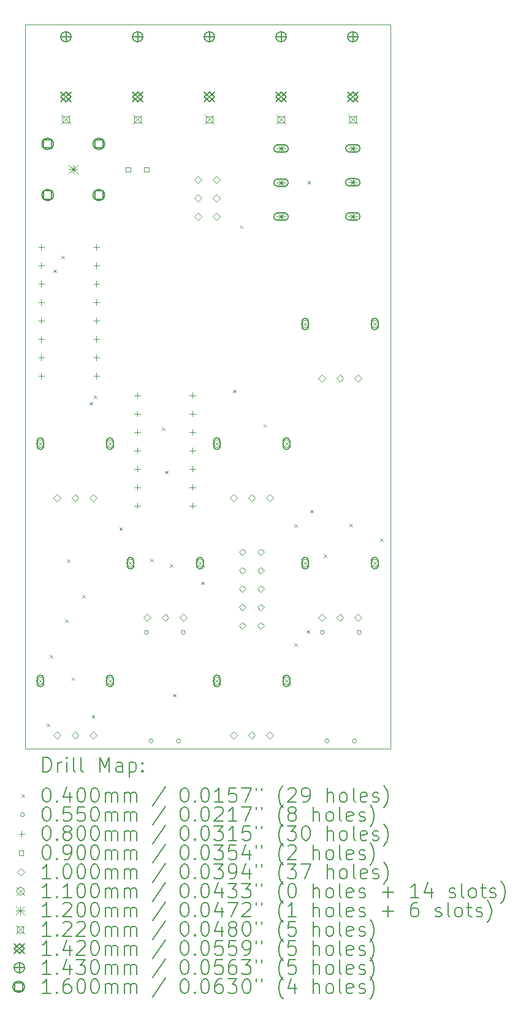
<source format=gbr>
%FSLAX45Y45*%
G04 Gerber Fmt 4.5, Leading zero omitted, Abs format (unit mm)*
G04 Created by KiCad (PCBNEW (6.0.0)) date 2022-08-05 10:15:01*
%MOMM*%
%LPD*%
G01*
G04 APERTURE LIST*
%TA.AperFunction,Profile*%
%ADD10C,0.100000*%
%TD*%
%ADD11C,0.200000*%
%ADD12C,0.040000*%
%ADD13C,0.055000*%
%ADD14C,0.080000*%
%ADD15C,0.090000*%
%ADD16C,0.100000*%
%ADD17C,0.110000*%
%ADD18C,0.120000*%
%ADD19C,0.122000*%
%ADD20C,0.142000*%
%ADD21C,0.143000*%
%ADD22C,0.160000*%
G04 APERTURE END LIST*
D10*
X12296462Y-14249400D02*
X17346462Y-14249400D01*
X17346462Y-14249400D02*
X17346462Y-4249400D01*
X17346462Y-4249400D02*
X12296462Y-4249400D01*
X12296462Y-4249400D02*
X12296462Y-14249400D01*
D11*
D12*
X12600000Y-13900000D02*
X12640000Y-13940000D01*
X12640000Y-13900000D02*
X12600000Y-13940000D01*
X12640000Y-12950000D02*
X12680000Y-12990000D01*
X12680000Y-12950000D02*
X12640000Y-12990000D01*
X12690000Y-7630000D02*
X12730000Y-7670000D01*
X12730000Y-7630000D02*
X12690000Y-7670000D01*
X12800000Y-7440000D02*
X12840000Y-7480000D01*
X12840000Y-7440000D02*
X12800000Y-7480000D01*
X12850000Y-12460000D02*
X12890000Y-12500000D01*
X12890000Y-12460000D02*
X12850000Y-12500000D01*
X12880000Y-11630000D02*
X12920000Y-11670000D01*
X12920000Y-11630000D02*
X12880000Y-11670000D01*
X12940000Y-13260000D02*
X12980000Y-13300000D01*
X12980000Y-13260000D02*
X12940000Y-13300000D01*
X13090000Y-12120000D02*
X13130000Y-12160000D01*
X13130000Y-12120000D02*
X13090000Y-12160000D01*
X13190000Y-9460000D02*
X13230000Y-9500000D01*
X13230000Y-9460000D02*
X13190000Y-9500000D01*
X13220000Y-13780000D02*
X13260000Y-13820000D01*
X13260000Y-13780000D02*
X13220000Y-13820000D01*
X13250000Y-9370000D02*
X13290000Y-9410000D01*
X13290000Y-9370000D02*
X13250000Y-9410000D01*
X13600000Y-11190000D02*
X13640000Y-11230000D01*
X13640000Y-11190000D02*
X13600000Y-11230000D01*
X14030000Y-11620000D02*
X14070000Y-11660000D01*
X14070000Y-11620000D02*
X14030000Y-11660000D01*
X14190000Y-9810000D02*
X14230000Y-9850000D01*
X14230000Y-9810000D02*
X14190000Y-9850000D01*
X14232500Y-10407500D02*
X14272500Y-10447500D01*
X14272500Y-10407500D02*
X14232500Y-10447500D01*
X14300000Y-11700000D02*
X14340000Y-11740000D01*
X14340000Y-11700000D02*
X14300000Y-11740000D01*
X14340000Y-13490000D02*
X14380000Y-13530000D01*
X14380000Y-13490000D02*
X14340000Y-13530000D01*
X14730000Y-11940000D02*
X14770000Y-11980000D01*
X14770000Y-11940000D02*
X14730000Y-11980000D01*
X15170000Y-9290000D02*
X15210000Y-9330000D01*
X15210000Y-9290000D02*
X15170000Y-9330000D01*
X15270000Y-7020000D02*
X15310000Y-7060000D01*
X15310000Y-7020000D02*
X15270000Y-7060000D01*
X15590715Y-9764756D02*
X15630715Y-9804756D01*
X15630715Y-9764756D02*
X15590715Y-9804756D01*
X16020000Y-11150000D02*
X16060000Y-11190000D01*
X16060000Y-11150000D02*
X16020000Y-11190000D01*
X16020000Y-12790000D02*
X16060000Y-12830000D01*
X16060000Y-12790000D02*
X16020000Y-12830000D01*
X16190000Y-12610000D02*
X16230000Y-12650000D01*
X16230000Y-12610000D02*
X16190000Y-12650000D01*
X16200000Y-6410000D02*
X16240000Y-6450000D01*
X16240000Y-6410000D02*
X16200000Y-6450000D01*
X16240000Y-10950000D02*
X16280000Y-10990000D01*
X16280000Y-10950000D02*
X16240000Y-10990000D01*
X16426875Y-11563125D02*
X16466875Y-11603125D01*
X16466875Y-11563125D02*
X16426875Y-11603125D01*
X16780000Y-11140000D02*
X16820000Y-11180000D01*
X16820000Y-11140000D02*
X16780000Y-11180000D01*
X17205000Y-11345000D02*
X17245000Y-11385000D01*
X17245000Y-11345000D02*
X17205000Y-11385000D01*
D13*
X14003500Y-12640000D02*
G75*
G03*
X14003500Y-12640000I-27500J0D01*
G01*
X14067500Y-14140000D02*
G75*
G03*
X14067500Y-14140000I-27500J0D01*
G01*
X14447500Y-14140000D02*
G75*
G03*
X14447500Y-14140000I-27500J0D01*
G01*
X14511500Y-12640000D02*
G75*
G03*
X14511500Y-12640000I-27500J0D01*
G01*
X16433500Y-12640000D02*
G75*
G03*
X16433500Y-12640000I-27500J0D01*
G01*
X16497500Y-14140000D02*
G75*
G03*
X16497500Y-14140000I-27500J0D01*
G01*
X16877500Y-14140000D02*
G75*
G03*
X16877500Y-14140000I-27500J0D01*
G01*
X16941500Y-12640000D02*
G75*
G03*
X16941500Y-12640000I-27500J0D01*
G01*
D14*
X12522200Y-7279700D02*
X12522200Y-7359700D01*
X12482200Y-7319700D02*
X12562200Y-7319700D01*
X12522200Y-7533700D02*
X12522200Y-7613700D01*
X12482200Y-7573700D02*
X12562200Y-7573700D01*
X12522200Y-7787700D02*
X12522200Y-7867700D01*
X12482200Y-7827700D02*
X12562200Y-7827700D01*
X12522200Y-8041700D02*
X12522200Y-8121700D01*
X12482200Y-8081700D02*
X12562200Y-8081700D01*
X12522200Y-8295700D02*
X12522200Y-8375700D01*
X12482200Y-8335700D02*
X12562200Y-8335700D01*
X12522200Y-8549700D02*
X12522200Y-8629700D01*
X12482200Y-8589700D02*
X12562200Y-8589700D01*
X12522200Y-8803700D02*
X12522200Y-8883700D01*
X12482200Y-8843700D02*
X12562200Y-8843700D01*
X12522200Y-9057700D02*
X12522200Y-9137700D01*
X12482200Y-9097700D02*
X12562200Y-9097700D01*
X13284200Y-7279700D02*
X13284200Y-7359700D01*
X13244200Y-7319700D02*
X13324200Y-7319700D01*
X13284200Y-7533700D02*
X13284200Y-7613700D01*
X13244200Y-7573700D02*
X13324200Y-7573700D01*
X13284200Y-7787700D02*
X13284200Y-7867700D01*
X13244200Y-7827700D02*
X13324200Y-7827700D01*
X13284200Y-8041700D02*
X13284200Y-8121700D01*
X13244200Y-8081700D02*
X13324200Y-8081700D01*
X13284200Y-8295700D02*
X13284200Y-8375700D01*
X13244200Y-8335700D02*
X13324200Y-8335700D01*
X13284200Y-8549700D02*
X13284200Y-8629700D01*
X13244200Y-8589700D02*
X13324200Y-8589700D01*
X13284200Y-8803700D02*
X13284200Y-8883700D01*
X13244200Y-8843700D02*
X13324200Y-8843700D01*
X13284200Y-9057700D02*
X13284200Y-9137700D01*
X13244200Y-9097700D02*
X13324200Y-9097700D01*
X13848000Y-9327500D02*
X13848000Y-9407500D01*
X13808000Y-9367500D02*
X13888000Y-9367500D01*
X13848000Y-9581500D02*
X13848000Y-9661500D01*
X13808000Y-9621500D02*
X13888000Y-9621500D01*
X13848000Y-9835500D02*
X13848000Y-9915500D01*
X13808000Y-9875500D02*
X13888000Y-9875500D01*
X13848000Y-10089500D02*
X13848000Y-10169500D01*
X13808000Y-10129500D02*
X13888000Y-10129500D01*
X13848000Y-10343500D02*
X13848000Y-10423500D01*
X13808000Y-10383500D02*
X13888000Y-10383500D01*
X13848000Y-10597500D02*
X13848000Y-10677500D01*
X13808000Y-10637500D02*
X13888000Y-10637500D01*
X13848000Y-10851500D02*
X13848000Y-10931500D01*
X13808000Y-10891500D02*
X13888000Y-10891500D01*
X14610000Y-9327500D02*
X14610000Y-9407500D01*
X14570000Y-9367500D02*
X14650000Y-9367500D01*
X14610000Y-9581500D02*
X14610000Y-9661500D01*
X14570000Y-9621500D02*
X14650000Y-9621500D01*
X14610000Y-9835500D02*
X14610000Y-9915500D01*
X14570000Y-9875500D02*
X14650000Y-9875500D01*
X14610000Y-10089500D02*
X14610000Y-10169500D01*
X14570000Y-10129500D02*
X14650000Y-10129500D01*
X14610000Y-10343500D02*
X14610000Y-10423500D01*
X14570000Y-10383500D02*
X14650000Y-10383500D01*
X14610000Y-10597500D02*
X14610000Y-10677500D01*
X14570000Y-10637500D02*
X14650000Y-10637500D01*
X14610000Y-10851500D02*
X14610000Y-10931500D01*
X14570000Y-10891500D02*
X14650000Y-10891500D01*
D15*
X13755320Y-6281820D02*
X13755320Y-6218180D01*
X13691680Y-6218180D01*
X13691680Y-6281820D01*
X13755320Y-6281820D01*
X14009320Y-6281820D02*
X14009320Y-6218180D01*
X13945680Y-6218180D01*
X13945680Y-6281820D01*
X14009320Y-6281820D01*
D16*
X12740262Y-10833300D02*
X12790262Y-10783300D01*
X12740262Y-10733300D01*
X12690262Y-10783300D01*
X12740262Y-10833300D01*
X12740262Y-14109900D02*
X12790262Y-14059900D01*
X12740262Y-14009900D01*
X12690262Y-14059900D01*
X12740262Y-14109900D01*
X12990262Y-10833300D02*
X13040262Y-10783300D01*
X12990262Y-10733300D01*
X12940262Y-10783300D01*
X12990262Y-10833300D01*
X12990262Y-14109900D02*
X13040262Y-14059900D01*
X12990262Y-14009900D01*
X12940262Y-14059900D01*
X12990262Y-14109900D01*
X13240262Y-10833300D02*
X13290262Y-10783300D01*
X13240262Y-10733300D01*
X13190262Y-10783300D01*
X13240262Y-10833300D01*
X13240262Y-14109900D02*
X13290262Y-14059900D01*
X13240262Y-14009900D01*
X13190262Y-14059900D01*
X13240262Y-14109900D01*
X13984862Y-12484300D02*
X14034862Y-12434300D01*
X13984862Y-12384300D01*
X13934862Y-12434300D01*
X13984862Y-12484300D01*
X14234862Y-12484300D02*
X14284862Y-12434300D01*
X14234862Y-12384300D01*
X14184862Y-12434300D01*
X14234862Y-12484300D01*
X14484862Y-12484300D02*
X14534862Y-12434300D01*
X14484862Y-12384300D01*
X14434862Y-12434300D01*
X14484862Y-12484300D01*
X14690000Y-6440000D02*
X14740000Y-6390000D01*
X14690000Y-6340000D01*
X14640000Y-6390000D01*
X14690000Y-6440000D01*
X14690000Y-6694000D02*
X14740000Y-6644000D01*
X14690000Y-6594000D01*
X14640000Y-6644000D01*
X14690000Y-6694000D01*
X14690000Y-6948000D02*
X14740000Y-6898000D01*
X14690000Y-6848000D01*
X14640000Y-6898000D01*
X14690000Y-6948000D01*
X14944000Y-6440000D02*
X14994000Y-6390000D01*
X14944000Y-6340000D01*
X14894000Y-6390000D01*
X14944000Y-6440000D01*
X14944000Y-6694000D02*
X14994000Y-6644000D01*
X14944000Y-6594000D01*
X14894000Y-6644000D01*
X14944000Y-6694000D01*
X14944000Y-6948000D02*
X14994000Y-6898000D01*
X14944000Y-6848000D01*
X14894000Y-6898000D01*
X14944000Y-6948000D01*
X15178662Y-10833300D02*
X15228662Y-10783300D01*
X15178662Y-10733300D01*
X15128662Y-10783300D01*
X15178662Y-10833300D01*
X15178662Y-14109900D02*
X15228662Y-14059900D01*
X15178662Y-14009900D01*
X15128662Y-14059900D01*
X15178662Y-14109900D01*
X15301250Y-11582000D02*
X15351250Y-11532000D01*
X15301250Y-11482000D01*
X15251250Y-11532000D01*
X15301250Y-11582000D01*
X15301250Y-11836000D02*
X15351250Y-11786000D01*
X15301250Y-11736000D01*
X15251250Y-11786000D01*
X15301250Y-11836000D01*
X15301250Y-12090000D02*
X15351250Y-12040000D01*
X15301250Y-11990000D01*
X15251250Y-12040000D01*
X15301250Y-12090000D01*
X15301250Y-12344000D02*
X15351250Y-12294000D01*
X15301250Y-12244000D01*
X15251250Y-12294000D01*
X15301250Y-12344000D01*
X15301250Y-12598000D02*
X15351250Y-12548000D01*
X15301250Y-12498000D01*
X15251250Y-12548000D01*
X15301250Y-12598000D01*
X15428662Y-10833300D02*
X15478662Y-10783300D01*
X15428662Y-10733300D01*
X15378662Y-10783300D01*
X15428662Y-10833300D01*
X15428662Y-14109900D02*
X15478662Y-14059900D01*
X15428662Y-14009900D01*
X15378662Y-14059900D01*
X15428662Y-14109900D01*
X15555250Y-11582000D02*
X15605250Y-11532000D01*
X15555250Y-11482000D01*
X15505250Y-11532000D01*
X15555250Y-11582000D01*
X15555250Y-11836000D02*
X15605250Y-11786000D01*
X15555250Y-11736000D01*
X15505250Y-11786000D01*
X15555250Y-11836000D01*
X15555250Y-12090000D02*
X15605250Y-12040000D01*
X15555250Y-11990000D01*
X15505250Y-12040000D01*
X15555250Y-12090000D01*
X15555250Y-12344000D02*
X15605250Y-12294000D01*
X15555250Y-12244000D01*
X15505250Y-12294000D01*
X15555250Y-12344000D01*
X15555250Y-12598000D02*
X15605250Y-12548000D01*
X15555250Y-12498000D01*
X15505250Y-12548000D01*
X15555250Y-12598000D01*
X15678662Y-10833300D02*
X15728662Y-10783300D01*
X15678662Y-10733300D01*
X15628662Y-10783300D01*
X15678662Y-10833300D01*
X15678662Y-14109900D02*
X15728662Y-14059900D01*
X15678662Y-14009900D01*
X15628662Y-14059900D01*
X15678662Y-14109900D01*
X16397862Y-9182300D02*
X16447862Y-9132300D01*
X16397862Y-9082300D01*
X16347862Y-9132300D01*
X16397862Y-9182300D01*
X16397862Y-12484300D02*
X16447862Y-12434300D01*
X16397862Y-12384300D01*
X16347862Y-12434300D01*
X16397862Y-12484300D01*
X16647862Y-9182300D02*
X16697862Y-9132300D01*
X16647862Y-9082300D01*
X16597862Y-9132300D01*
X16647862Y-9182300D01*
X16647862Y-12484300D02*
X16697862Y-12434300D01*
X16647862Y-12384300D01*
X16597862Y-12434300D01*
X16647862Y-12484300D01*
X16897862Y-9182300D02*
X16947862Y-9132300D01*
X16897862Y-9082300D01*
X16847862Y-9132300D01*
X16897862Y-9182300D01*
X16897862Y-12484300D02*
X16947862Y-12434300D01*
X16897862Y-12384300D01*
X16847862Y-12434300D01*
X16897862Y-12484300D01*
D17*
X12455262Y-9978300D02*
X12565262Y-10088300D01*
X12565262Y-9978300D02*
X12455262Y-10088300D01*
X12565262Y-10033300D02*
G75*
G03*
X12565262Y-10033300I-55000J0D01*
G01*
D11*
X12465262Y-9998300D02*
X12465262Y-10068300D01*
X12555262Y-9998300D02*
X12555262Y-10068300D01*
X12465262Y-10068300D02*
G75*
G03*
X12555262Y-10068300I45000J0D01*
G01*
X12555262Y-9998300D02*
G75*
G03*
X12465262Y-9998300I-45000J0D01*
G01*
D17*
X12455262Y-13254900D02*
X12565262Y-13364900D01*
X12565262Y-13254900D02*
X12455262Y-13364900D01*
X12565262Y-13309900D02*
G75*
G03*
X12565262Y-13309900I-55000J0D01*
G01*
D11*
X12465262Y-13274900D02*
X12465262Y-13344900D01*
X12555262Y-13274900D02*
X12555262Y-13344900D01*
X12465262Y-13344900D02*
G75*
G03*
X12555262Y-13344900I45000J0D01*
G01*
X12555262Y-13274900D02*
G75*
G03*
X12465262Y-13274900I-45000J0D01*
G01*
D17*
X13415262Y-9978300D02*
X13525262Y-10088300D01*
X13525262Y-9978300D02*
X13415262Y-10088300D01*
X13525262Y-10033300D02*
G75*
G03*
X13525262Y-10033300I-55000J0D01*
G01*
D11*
X13425262Y-9998300D02*
X13425262Y-10068300D01*
X13515262Y-9998300D02*
X13515262Y-10068300D01*
X13425262Y-10068300D02*
G75*
G03*
X13515262Y-10068300I45000J0D01*
G01*
X13515262Y-9998300D02*
G75*
G03*
X13425262Y-9998300I-45000J0D01*
G01*
D17*
X13415262Y-13254900D02*
X13525262Y-13364900D01*
X13525262Y-13254900D02*
X13415262Y-13364900D01*
X13525262Y-13309900D02*
G75*
G03*
X13525262Y-13309900I-55000J0D01*
G01*
D11*
X13425262Y-13274900D02*
X13425262Y-13344900D01*
X13515262Y-13274900D02*
X13515262Y-13344900D01*
X13425262Y-13344900D02*
G75*
G03*
X13515262Y-13344900I45000J0D01*
G01*
X13515262Y-13274900D02*
G75*
G03*
X13425262Y-13274900I-45000J0D01*
G01*
D17*
X13699862Y-11629300D02*
X13809862Y-11739300D01*
X13809862Y-11629300D02*
X13699862Y-11739300D01*
X13809862Y-11684300D02*
G75*
G03*
X13809862Y-11684300I-55000J0D01*
G01*
D11*
X13709862Y-11649300D02*
X13709862Y-11719300D01*
X13799862Y-11649300D02*
X13799862Y-11719300D01*
X13709862Y-11719300D02*
G75*
G03*
X13799862Y-11719300I45000J0D01*
G01*
X13799862Y-11649300D02*
G75*
G03*
X13709862Y-11649300I-45000J0D01*
G01*
D17*
X14659862Y-11629300D02*
X14769862Y-11739300D01*
X14769862Y-11629300D02*
X14659862Y-11739300D01*
X14769862Y-11684300D02*
G75*
G03*
X14769862Y-11684300I-55000J0D01*
G01*
D11*
X14669862Y-11649300D02*
X14669862Y-11719300D01*
X14759862Y-11649300D02*
X14759862Y-11719300D01*
X14669862Y-11719300D02*
G75*
G03*
X14759862Y-11719300I45000J0D01*
G01*
X14759862Y-11649300D02*
G75*
G03*
X14669862Y-11649300I-45000J0D01*
G01*
D17*
X14893662Y-9978300D02*
X15003662Y-10088300D01*
X15003662Y-9978300D02*
X14893662Y-10088300D01*
X15003662Y-10033300D02*
G75*
G03*
X15003662Y-10033300I-55000J0D01*
G01*
D11*
X14903662Y-9998300D02*
X14903662Y-10068300D01*
X14993662Y-9998300D02*
X14993662Y-10068300D01*
X14903662Y-10068300D02*
G75*
G03*
X14993662Y-10068300I45000J0D01*
G01*
X14993662Y-9998300D02*
G75*
G03*
X14903662Y-9998300I-45000J0D01*
G01*
D17*
X14893662Y-13254900D02*
X15003662Y-13364900D01*
X15003662Y-13254900D02*
X14893662Y-13364900D01*
X15003662Y-13309900D02*
G75*
G03*
X15003662Y-13309900I-55000J0D01*
G01*
D11*
X14903662Y-13274900D02*
X14903662Y-13344900D01*
X14993662Y-13274900D02*
X14993662Y-13344900D01*
X14903662Y-13344900D02*
G75*
G03*
X14993662Y-13344900I45000J0D01*
G01*
X14993662Y-13274900D02*
G75*
G03*
X14903662Y-13274900I-45000J0D01*
G01*
D17*
X15853662Y-9978300D02*
X15963662Y-10088300D01*
X15963662Y-9978300D02*
X15853662Y-10088300D01*
X15963662Y-10033300D02*
G75*
G03*
X15963662Y-10033300I-55000J0D01*
G01*
D11*
X15863662Y-9998300D02*
X15863662Y-10068300D01*
X15953662Y-9998300D02*
X15953662Y-10068300D01*
X15863662Y-10068300D02*
G75*
G03*
X15953662Y-10068300I45000J0D01*
G01*
X15953662Y-9998300D02*
G75*
G03*
X15863662Y-9998300I-45000J0D01*
G01*
D17*
X15853662Y-13254900D02*
X15963662Y-13364900D01*
X15963662Y-13254900D02*
X15853662Y-13364900D01*
X15963662Y-13309900D02*
G75*
G03*
X15963662Y-13309900I-55000J0D01*
G01*
D11*
X15863662Y-13274900D02*
X15863662Y-13344900D01*
X15953662Y-13274900D02*
X15953662Y-13344900D01*
X15863662Y-13344900D02*
G75*
G03*
X15953662Y-13344900I45000J0D01*
G01*
X15953662Y-13274900D02*
G75*
G03*
X15863662Y-13274900I-45000J0D01*
G01*
D17*
X16112862Y-8327300D02*
X16222862Y-8437300D01*
X16222862Y-8327300D02*
X16112862Y-8437300D01*
X16222862Y-8382300D02*
G75*
G03*
X16222862Y-8382300I-55000J0D01*
G01*
D11*
X16122862Y-8347300D02*
X16122862Y-8417300D01*
X16212862Y-8347300D02*
X16212862Y-8417300D01*
X16122862Y-8417300D02*
G75*
G03*
X16212862Y-8417300I45000J0D01*
G01*
X16212862Y-8347300D02*
G75*
G03*
X16122862Y-8347300I-45000J0D01*
G01*
D17*
X16112862Y-11629300D02*
X16222862Y-11739300D01*
X16222862Y-11629300D02*
X16112862Y-11739300D01*
X16222862Y-11684300D02*
G75*
G03*
X16222862Y-11684300I-55000J0D01*
G01*
D11*
X16122862Y-11649300D02*
X16122862Y-11719300D01*
X16212862Y-11649300D02*
X16212862Y-11719300D01*
X16122862Y-11719300D02*
G75*
G03*
X16212862Y-11719300I45000J0D01*
G01*
X16212862Y-11649300D02*
G75*
G03*
X16122862Y-11649300I-45000J0D01*
G01*
D17*
X17072862Y-8327300D02*
X17182862Y-8437300D01*
X17182862Y-8327300D02*
X17072862Y-8437300D01*
X17182862Y-8382300D02*
G75*
G03*
X17182862Y-8382300I-55000J0D01*
G01*
D11*
X17082862Y-8347300D02*
X17082862Y-8417300D01*
X17172862Y-8347300D02*
X17172862Y-8417300D01*
X17082862Y-8417300D02*
G75*
G03*
X17172862Y-8417300I45000J0D01*
G01*
X17172862Y-8347300D02*
G75*
G03*
X17082862Y-8347300I-45000J0D01*
G01*
D17*
X17072862Y-11629300D02*
X17182862Y-11739300D01*
X17182862Y-11629300D02*
X17072862Y-11739300D01*
X17182862Y-11684300D02*
G75*
G03*
X17182862Y-11684300I-55000J0D01*
G01*
D11*
X17082862Y-11649300D02*
X17082862Y-11719300D01*
X17172862Y-11649300D02*
X17172862Y-11719300D01*
X17082862Y-11719300D02*
G75*
G03*
X17172862Y-11719300I45000J0D01*
G01*
X17172862Y-11649300D02*
G75*
G03*
X17082862Y-11649300I-45000J0D01*
G01*
D18*
X12904862Y-6188400D02*
X13024862Y-6308400D01*
X13024862Y-6188400D02*
X12904862Y-6308400D01*
X12964862Y-6188400D02*
X12964862Y-6308400D01*
X12904862Y-6248400D02*
X13024862Y-6248400D01*
X15775062Y-5900000D02*
X15895062Y-6020000D01*
X15895062Y-5900000D02*
X15775062Y-6020000D01*
X15835062Y-5900000D02*
X15835062Y-6020000D01*
X15775062Y-5960000D02*
X15895062Y-5960000D01*
D11*
X15885062Y-5910000D02*
X15785062Y-5910000D01*
X15885062Y-6010000D02*
X15785062Y-6010000D01*
X15785062Y-5910000D02*
G75*
G03*
X15785062Y-6010000I0J-50000D01*
G01*
X15885062Y-6010000D02*
G75*
G03*
X15885062Y-5910000I0J50000D01*
G01*
D18*
X15775062Y-6370000D02*
X15895062Y-6490000D01*
X15895062Y-6370000D02*
X15775062Y-6490000D01*
X15835062Y-6370000D02*
X15835062Y-6490000D01*
X15775062Y-6430000D02*
X15895062Y-6430000D01*
D11*
X15885062Y-6380000D02*
X15785062Y-6380000D01*
X15885062Y-6480000D02*
X15785062Y-6480000D01*
X15785062Y-6380000D02*
G75*
G03*
X15785062Y-6480000I0J-50000D01*
G01*
X15885062Y-6480000D02*
G75*
G03*
X15885062Y-6380000I0J50000D01*
G01*
D18*
X15775062Y-6840000D02*
X15895062Y-6960000D01*
X15895062Y-6840000D02*
X15775062Y-6960000D01*
X15835062Y-6840000D02*
X15835062Y-6960000D01*
X15775062Y-6900000D02*
X15895062Y-6900000D01*
D11*
X15885062Y-6850000D02*
X15785062Y-6850000D01*
X15885062Y-6950000D02*
X15785062Y-6950000D01*
X15785062Y-6850000D02*
G75*
G03*
X15785062Y-6950000I0J-50000D01*
G01*
X15885062Y-6950000D02*
G75*
G03*
X15885062Y-6850000I0J50000D01*
G01*
D18*
X16765662Y-5896200D02*
X16885662Y-6016200D01*
X16885662Y-5896200D02*
X16765662Y-6016200D01*
X16825662Y-5896200D02*
X16825662Y-6016200D01*
X16765662Y-5956200D02*
X16885662Y-5956200D01*
D11*
X16775662Y-6006200D02*
X16875662Y-6006200D01*
X16775662Y-5906200D02*
X16875662Y-5906200D01*
X16875662Y-6006200D02*
G75*
G03*
X16875662Y-5906200I0J50000D01*
G01*
X16775662Y-5906200D02*
G75*
G03*
X16775662Y-6006200I0J-50000D01*
G01*
D18*
X16765662Y-6366200D02*
X16885662Y-6486200D01*
X16885662Y-6366200D02*
X16765662Y-6486200D01*
X16825662Y-6366200D02*
X16825662Y-6486200D01*
X16765662Y-6426200D02*
X16885662Y-6426200D01*
D11*
X16775662Y-6476200D02*
X16875662Y-6476200D01*
X16775662Y-6376200D02*
X16875662Y-6376200D01*
X16875662Y-6476200D02*
G75*
G03*
X16875662Y-6376200I0J50000D01*
G01*
X16775662Y-6376200D02*
G75*
G03*
X16775662Y-6476200I0J-50000D01*
G01*
D18*
X16765662Y-6836200D02*
X16885662Y-6956200D01*
X16885662Y-6836200D02*
X16765662Y-6956200D01*
X16825662Y-6836200D02*
X16825662Y-6956200D01*
X16765662Y-6896200D02*
X16885662Y-6896200D01*
D11*
X16775662Y-6946200D02*
X16875662Y-6946200D01*
X16775662Y-6846200D02*
X16875662Y-6846200D01*
X16875662Y-6946200D02*
G75*
G03*
X16875662Y-6846200I0J50000D01*
G01*
X16775662Y-6846200D02*
G75*
G03*
X16775662Y-6946200I0J-50000D01*
G01*
D19*
X12802262Y-5495400D02*
X12924262Y-5617400D01*
X12924262Y-5495400D02*
X12802262Y-5617400D01*
X12906396Y-5599534D02*
X12906396Y-5513266D01*
X12820128Y-5513266D01*
X12820128Y-5599534D01*
X12906396Y-5599534D01*
X13792862Y-5495400D02*
X13914862Y-5617400D01*
X13914862Y-5495400D02*
X13792862Y-5617400D01*
X13896996Y-5599534D02*
X13896996Y-5513266D01*
X13810728Y-5513266D01*
X13810728Y-5599534D01*
X13896996Y-5599534D01*
X14783462Y-5495400D02*
X14905462Y-5617400D01*
X14905462Y-5495400D02*
X14783462Y-5617400D01*
X14887596Y-5599534D02*
X14887596Y-5513266D01*
X14801328Y-5513266D01*
X14801328Y-5599534D01*
X14887596Y-5599534D01*
X15774062Y-5495400D02*
X15896062Y-5617400D01*
X15896062Y-5495400D02*
X15774062Y-5617400D01*
X15878196Y-5599534D02*
X15878196Y-5513266D01*
X15791928Y-5513266D01*
X15791928Y-5599534D01*
X15878196Y-5599534D01*
X16764662Y-5495400D02*
X16886662Y-5617400D01*
X16886662Y-5495400D02*
X16764662Y-5617400D01*
X16868796Y-5599534D02*
X16868796Y-5513266D01*
X16782528Y-5513266D01*
X16782528Y-5599534D01*
X16868796Y-5599534D01*
D20*
X12792262Y-5175400D02*
X12934262Y-5317400D01*
X12934262Y-5175400D02*
X12792262Y-5317400D01*
X12863262Y-5317400D02*
X12934262Y-5246400D01*
X12863262Y-5175400D01*
X12792262Y-5246400D01*
X12863262Y-5317400D01*
X13782862Y-5175400D02*
X13924862Y-5317400D01*
X13924862Y-5175400D02*
X13782862Y-5317400D01*
X13853862Y-5317400D02*
X13924862Y-5246400D01*
X13853862Y-5175400D01*
X13782862Y-5246400D01*
X13853862Y-5317400D01*
X14773462Y-5175400D02*
X14915462Y-5317400D01*
X14915462Y-5175400D02*
X14773462Y-5317400D01*
X14844462Y-5317400D02*
X14915462Y-5246400D01*
X14844462Y-5175400D01*
X14773462Y-5246400D01*
X14844462Y-5317400D01*
X15764062Y-5175400D02*
X15906062Y-5317400D01*
X15906062Y-5175400D02*
X15764062Y-5317400D01*
X15835062Y-5317400D02*
X15906062Y-5246400D01*
X15835062Y-5175400D01*
X15764062Y-5246400D01*
X15835062Y-5317400D01*
X16754662Y-5175400D02*
X16896662Y-5317400D01*
X16896662Y-5175400D02*
X16754662Y-5317400D01*
X16825662Y-5317400D02*
X16896662Y-5246400D01*
X16825662Y-5175400D01*
X16754662Y-5246400D01*
X16825662Y-5317400D01*
D21*
X12863262Y-4344900D02*
X12863262Y-4487900D01*
X12791762Y-4416400D02*
X12934762Y-4416400D01*
X12934762Y-4416400D02*
G75*
G03*
X12934762Y-4416400I-71500J0D01*
G01*
X13853862Y-4344900D02*
X13853862Y-4487900D01*
X13782362Y-4416400D02*
X13925362Y-4416400D01*
X13925362Y-4416400D02*
G75*
G03*
X13925362Y-4416400I-71500J0D01*
G01*
X14844462Y-4344900D02*
X14844462Y-4487900D01*
X14772962Y-4416400D02*
X14915962Y-4416400D01*
X14915962Y-4416400D02*
G75*
G03*
X14915962Y-4416400I-71500J0D01*
G01*
X15835062Y-4344900D02*
X15835062Y-4487900D01*
X15763562Y-4416400D02*
X15906562Y-4416400D01*
X15906562Y-4416400D02*
G75*
G03*
X15906562Y-4416400I-71500J0D01*
G01*
X16825662Y-4344900D02*
X16825662Y-4487900D01*
X16754162Y-4416400D02*
X16897162Y-4416400D01*
X16897162Y-4416400D02*
G75*
G03*
X16897162Y-4416400I-71500J0D01*
G01*
D22*
X12667877Y-5951416D02*
X12667877Y-5838277D01*
X12554739Y-5838277D01*
X12554739Y-5951416D01*
X12667877Y-5951416D01*
X12691308Y-5894847D02*
G75*
G03*
X12691308Y-5894847I-80000J0D01*
G01*
X12667877Y-6658522D02*
X12667877Y-6545384D01*
X12554739Y-6545384D01*
X12554739Y-6658522D01*
X12667877Y-6658522D01*
X12691308Y-6601953D02*
G75*
G03*
X12691308Y-6601953I-80000J0D01*
G01*
X13374984Y-5951416D02*
X13374984Y-5838277D01*
X13261846Y-5838277D01*
X13261846Y-5951416D01*
X13374984Y-5951416D01*
X13398415Y-5894847D02*
G75*
G03*
X13398415Y-5894847I-80000J0D01*
G01*
X13374984Y-6658522D02*
X13374984Y-6545384D01*
X13261846Y-6545384D01*
X13261846Y-6658522D01*
X13374984Y-6658522D01*
X13398415Y-6601953D02*
G75*
G03*
X13398415Y-6601953I-80000J0D01*
G01*
D11*
X12549081Y-14564876D02*
X12549081Y-14364876D01*
X12596700Y-14364876D01*
X12625271Y-14374400D01*
X12644319Y-14393448D01*
X12653843Y-14412495D01*
X12663366Y-14450590D01*
X12663366Y-14479162D01*
X12653843Y-14517257D01*
X12644319Y-14536305D01*
X12625271Y-14555352D01*
X12596700Y-14564876D01*
X12549081Y-14564876D01*
X12749081Y-14564876D02*
X12749081Y-14431543D01*
X12749081Y-14469638D02*
X12758605Y-14450590D01*
X12768128Y-14441067D01*
X12787176Y-14431543D01*
X12806224Y-14431543D01*
X12872890Y-14564876D02*
X12872890Y-14431543D01*
X12872890Y-14364876D02*
X12863366Y-14374400D01*
X12872890Y-14383924D01*
X12882414Y-14374400D01*
X12872890Y-14364876D01*
X12872890Y-14383924D01*
X12996700Y-14564876D02*
X12977652Y-14555352D01*
X12968128Y-14536305D01*
X12968128Y-14364876D01*
X13101462Y-14564876D02*
X13082414Y-14555352D01*
X13072890Y-14536305D01*
X13072890Y-14364876D01*
X13330033Y-14564876D02*
X13330033Y-14364876D01*
X13396700Y-14507733D01*
X13463366Y-14364876D01*
X13463366Y-14564876D01*
X13644319Y-14564876D02*
X13644319Y-14460114D01*
X13634795Y-14441067D01*
X13615747Y-14431543D01*
X13577652Y-14431543D01*
X13558605Y-14441067D01*
X13644319Y-14555352D02*
X13625271Y-14564876D01*
X13577652Y-14564876D01*
X13558605Y-14555352D01*
X13549081Y-14536305D01*
X13549081Y-14517257D01*
X13558605Y-14498209D01*
X13577652Y-14488686D01*
X13625271Y-14488686D01*
X13644319Y-14479162D01*
X13739557Y-14431543D02*
X13739557Y-14631543D01*
X13739557Y-14441067D02*
X13758605Y-14431543D01*
X13796700Y-14431543D01*
X13815747Y-14441067D01*
X13825271Y-14450590D01*
X13834795Y-14469638D01*
X13834795Y-14526781D01*
X13825271Y-14545828D01*
X13815747Y-14555352D01*
X13796700Y-14564876D01*
X13758605Y-14564876D01*
X13739557Y-14555352D01*
X13920509Y-14545828D02*
X13930033Y-14555352D01*
X13920509Y-14564876D01*
X13910986Y-14555352D01*
X13920509Y-14545828D01*
X13920509Y-14564876D01*
X13920509Y-14441067D02*
X13930033Y-14450590D01*
X13920509Y-14460114D01*
X13910986Y-14450590D01*
X13920509Y-14441067D01*
X13920509Y-14460114D01*
D12*
X12251462Y-14874400D02*
X12291462Y-14914400D01*
X12291462Y-14874400D02*
X12251462Y-14914400D01*
D11*
X12587176Y-14784876D02*
X12606224Y-14784876D01*
X12625271Y-14794400D01*
X12634795Y-14803924D01*
X12644319Y-14822971D01*
X12653843Y-14861067D01*
X12653843Y-14908686D01*
X12644319Y-14946781D01*
X12634795Y-14965828D01*
X12625271Y-14975352D01*
X12606224Y-14984876D01*
X12587176Y-14984876D01*
X12568128Y-14975352D01*
X12558605Y-14965828D01*
X12549081Y-14946781D01*
X12539557Y-14908686D01*
X12539557Y-14861067D01*
X12549081Y-14822971D01*
X12558605Y-14803924D01*
X12568128Y-14794400D01*
X12587176Y-14784876D01*
X12739557Y-14965828D02*
X12749081Y-14975352D01*
X12739557Y-14984876D01*
X12730033Y-14975352D01*
X12739557Y-14965828D01*
X12739557Y-14984876D01*
X12920509Y-14851543D02*
X12920509Y-14984876D01*
X12872890Y-14775352D02*
X12825271Y-14918209D01*
X12949081Y-14918209D01*
X13063366Y-14784876D02*
X13082414Y-14784876D01*
X13101462Y-14794400D01*
X13110986Y-14803924D01*
X13120509Y-14822971D01*
X13130033Y-14861067D01*
X13130033Y-14908686D01*
X13120509Y-14946781D01*
X13110986Y-14965828D01*
X13101462Y-14975352D01*
X13082414Y-14984876D01*
X13063366Y-14984876D01*
X13044319Y-14975352D01*
X13034795Y-14965828D01*
X13025271Y-14946781D01*
X13015747Y-14908686D01*
X13015747Y-14861067D01*
X13025271Y-14822971D01*
X13034795Y-14803924D01*
X13044319Y-14794400D01*
X13063366Y-14784876D01*
X13253843Y-14784876D02*
X13272890Y-14784876D01*
X13291938Y-14794400D01*
X13301462Y-14803924D01*
X13310986Y-14822971D01*
X13320509Y-14861067D01*
X13320509Y-14908686D01*
X13310986Y-14946781D01*
X13301462Y-14965828D01*
X13291938Y-14975352D01*
X13272890Y-14984876D01*
X13253843Y-14984876D01*
X13234795Y-14975352D01*
X13225271Y-14965828D01*
X13215747Y-14946781D01*
X13206224Y-14908686D01*
X13206224Y-14861067D01*
X13215747Y-14822971D01*
X13225271Y-14803924D01*
X13234795Y-14794400D01*
X13253843Y-14784876D01*
X13406224Y-14984876D02*
X13406224Y-14851543D01*
X13406224Y-14870590D02*
X13415747Y-14861067D01*
X13434795Y-14851543D01*
X13463366Y-14851543D01*
X13482414Y-14861067D01*
X13491938Y-14880114D01*
X13491938Y-14984876D01*
X13491938Y-14880114D02*
X13501462Y-14861067D01*
X13520509Y-14851543D01*
X13549081Y-14851543D01*
X13568128Y-14861067D01*
X13577652Y-14880114D01*
X13577652Y-14984876D01*
X13672890Y-14984876D02*
X13672890Y-14851543D01*
X13672890Y-14870590D02*
X13682414Y-14861067D01*
X13701462Y-14851543D01*
X13730033Y-14851543D01*
X13749081Y-14861067D01*
X13758605Y-14880114D01*
X13758605Y-14984876D01*
X13758605Y-14880114D02*
X13768128Y-14861067D01*
X13787176Y-14851543D01*
X13815747Y-14851543D01*
X13834795Y-14861067D01*
X13844319Y-14880114D01*
X13844319Y-14984876D01*
X14234795Y-14775352D02*
X14063366Y-15032495D01*
X14491938Y-14784876D02*
X14510986Y-14784876D01*
X14530033Y-14794400D01*
X14539557Y-14803924D01*
X14549081Y-14822971D01*
X14558605Y-14861067D01*
X14558605Y-14908686D01*
X14549081Y-14946781D01*
X14539557Y-14965828D01*
X14530033Y-14975352D01*
X14510986Y-14984876D01*
X14491938Y-14984876D01*
X14472890Y-14975352D01*
X14463366Y-14965828D01*
X14453843Y-14946781D01*
X14444319Y-14908686D01*
X14444319Y-14861067D01*
X14453843Y-14822971D01*
X14463366Y-14803924D01*
X14472890Y-14794400D01*
X14491938Y-14784876D01*
X14644319Y-14965828D02*
X14653843Y-14975352D01*
X14644319Y-14984876D01*
X14634795Y-14975352D01*
X14644319Y-14965828D01*
X14644319Y-14984876D01*
X14777652Y-14784876D02*
X14796700Y-14784876D01*
X14815747Y-14794400D01*
X14825271Y-14803924D01*
X14834795Y-14822971D01*
X14844319Y-14861067D01*
X14844319Y-14908686D01*
X14834795Y-14946781D01*
X14825271Y-14965828D01*
X14815747Y-14975352D01*
X14796700Y-14984876D01*
X14777652Y-14984876D01*
X14758605Y-14975352D01*
X14749081Y-14965828D01*
X14739557Y-14946781D01*
X14730033Y-14908686D01*
X14730033Y-14861067D01*
X14739557Y-14822971D01*
X14749081Y-14803924D01*
X14758605Y-14794400D01*
X14777652Y-14784876D01*
X15034795Y-14984876D02*
X14920509Y-14984876D01*
X14977652Y-14984876D02*
X14977652Y-14784876D01*
X14958605Y-14813448D01*
X14939557Y-14832495D01*
X14920509Y-14842019D01*
X15215747Y-14784876D02*
X15120509Y-14784876D01*
X15110986Y-14880114D01*
X15120509Y-14870590D01*
X15139557Y-14861067D01*
X15187176Y-14861067D01*
X15206224Y-14870590D01*
X15215747Y-14880114D01*
X15225271Y-14899162D01*
X15225271Y-14946781D01*
X15215747Y-14965828D01*
X15206224Y-14975352D01*
X15187176Y-14984876D01*
X15139557Y-14984876D01*
X15120509Y-14975352D01*
X15110986Y-14965828D01*
X15291938Y-14784876D02*
X15425271Y-14784876D01*
X15339557Y-14984876D01*
X15491938Y-14784876D02*
X15491938Y-14822971D01*
X15568128Y-14784876D02*
X15568128Y-14822971D01*
X15863366Y-15061067D02*
X15853843Y-15051543D01*
X15834795Y-15022971D01*
X15825271Y-15003924D01*
X15815747Y-14975352D01*
X15806224Y-14927733D01*
X15806224Y-14889638D01*
X15815747Y-14842019D01*
X15825271Y-14813448D01*
X15834795Y-14794400D01*
X15853843Y-14765828D01*
X15863366Y-14756305D01*
X15930033Y-14803924D02*
X15939557Y-14794400D01*
X15958605Y-14784876D01*
X16006224Y-14784876D01*
X16025271Y-14794400D01*
X16034795Y-14803924D01*
X16044319Y-14822971D01*
X16044319Y-14842019D01*
X16034795Y-14870590D01*
X15920509Y-14984876D01*
X16044319Y-14984876D01*
X16139557Y-14984876D02*
X16177652Y-14984876D01*
X16196700Y-14975352D01*
X16206224Y-14965828D01*
X16225271Y-14937257D01*
X16234795Y-14899162D01*
X16234795Y-14822971D01*
X16225271Y-14803924D01*
X16215747Y-14794400D01*
X16196700Y-14784876D01*
X16158605Y-14784876D01*
X16139557Y-14794400D01*
X16130033Y-14803924D01*
X16120509Y-14822971D01*
X16120509Y-14870590D01*
X16130033Y-14889638D01*
X16139557Y-14899162D01*
X16158605Y-14908686D01*
X16196700Y-14908686D01*
X16215747Y-14899162D01*
X16225271Y-14889638D01*
X16234795Y-14870590D01*
X16472890Y-14984876D02*
X16472890Y-14784876D01*
X16558605Y-14984876D02*
X16558605Y-14880114D01*
X16549081Y-14861067D01*
X16530033Y-14851543D01*
X16501462Y-14851543D01*
X16482414Y-14861067D01*
X16472890Y-14870590D01*
X16682414Y-14984876D02*
X16663366Y-14975352D01*
X16653843Y-14965828D01*
X16644319Y-14946781D01*
X16644319Y-14889638D01*
X16653843Y-14870590D01*
X16663366Y-14861067D01*
X16682414Y-14851543D01*
X16710986Y-14851543D01*
X16730033Y-14861067D01*
X16739557Y-14870590D01*
X16749081Y-14889638D01*
X16749081Y-14946781D01*
X16739557Y-14965828D01*
X16730033Y-14975352D01*
X16710986Y-14984876D01*
X16682414Y-14984876D01*
X16863367Y-14984876D02*
X16844319Y-14975352D01*
X16834795Y-14956305D01*
X16834795Y-14784876D01*
X17015748Y-14975352D02*
X16996700Y-14984876D01*
X16958605Y-14984876D01*
X16939557Y-14975352D01*
X16930033Y-14956305D01*
X16930033Y-14880114D01*
X16939557Y-14861067D01*
X16958605Y-14851543D01*
X16996700Y-14851543D01*
X17015748Y-14861067D01*
X17025271Y-14880114D01*
X17025271Y-14899162D01*
X16930033Y-14918209D01*
X17101462Y-14975352D02*
X17120509Y-14984876D01*
X17158605Y-14984876D01*
X17177652Y-14975352D01*
X17187176Y-14956305D01*
X17187176Y-14946781D01*
X17177652Y-14927733D01*
X17158605Y-14918209D01*
X17130033Y-14918209D01*
X17110986Y-14908686D01*
X17101462Y-14889638D01*
X17101462Y-14880114D01*
X17110986Y-14861067D01*
X17130033Y-14851543D01*
X17158605Y-14851543D01*
X17177652Y-14861067D01*
X17253843Y-15061067D02*
X17263367Y-15051543D01*
X17282414Y-15022971D01*
X17291938Y-15003924D01*
X17301462Y-14975352D01*
X17310986Y-14927733D01*
X17310986Y-14889638D01*
X17301462Y-14842019D01*
X17291938Y-14813448D01*
X17282414Y-14794400D01*
X17263367Y-14765828D01*
X17253843Y-14756305D01*
D13*
X12291462Y-15158400D02*
G75*
G03*
X12291462Y-15158400I-27500J0D01*
G01*
D11*
X12587176Y-15048876D02*
X12606224Y-15048876D01*
X12625271Y-15058400D01*
X12634795Y-15067924D01*
X12644319Y-15086971D01*
X12653843Y-15125067D01*
X12653843Y-15172686D01*
X12644319Y-15210781D01*
X12634795Y-15229828D01*
X12625271Y-15239352D01*
X12606224Y-15248876D01*
X12587176Y-15248876D01*
X12568128Y-15239352D01*
X12558605Y-15229828D01*
X12549081Y-15210781D01*
X12539557Y-15172686D01*
X12539557Y-15125067D01*
X12549081Y-15086971D01*
X12558605Y-15067924D01*
X12568128Y-15058400D01*
X12587176Y-15048876D01*
X12739557Y-15229828D02*
X12749081Y-15239352D01*
X12739557Y-15248876D01*
X12730033Y-15239352D01*
X12739557Y-15229828D01*
X12739557Y-15248876D01*
X12930033Y-15048876D02*
X12834795Y-15048876D01*
X12825271Y-15144114D01*
X12834795Y-15134590D01*
X12853843Y-15125067D01*
X12901462Y-15125067D01*
X12920509Y-15134590D01*
X12930033Y-15144114D01*
X12939557Y-15163162D01*
X12939557Y-15210781D01*
X12930033Y-15229828D01*
X12920509Y-15239352D01*
X12901462Y-15248876D01*
X12853843Y-15248876D01*
X12834795Y-15239352D01*
X12825271Y-15229828D01*
X13120509Y-15048876D02*
X13025271Y-15048876D01*
X13015747Y-15144114D01*
X13025271Y-15134590D01*
X13044319Y-15125067D01*
X13091938Y-15125067D01*
X13110986Y-15134590D01*
X13120509Y-15144114D01*
X13130033Y-15163162D01*
X13130033Y-15210781D01*
X13120509Y-15229828D01*
X13110986Y-15239352D01*
X13091938Y-15248876D01*
X13044319Y-15248876D01*
X13025271Y-15239352D01*
X13015747Y-15229828D01*
X13253843Y-15048876D02*
X13272890Y-15048876D01*
X13291938Y-15058400D01*
X13301462Y-15067924D01*
X13310986Y-15086971D01*
X13320509Y-15125067D01*
X13320509Y-15172686D01*
X13310986Y-15210781D01*
X13301462Y-15229828D01*
X13291938Y-15239352D01*
X13272890Y-15248876D01*
X13253843Y-15248876D01*
X13234795Y-15239352D01*
X13225271Y-15229828D01*
X13215747Y-15210781D01*
X13206224Y-15172686D01*
X13206224Y-15125067D01*
X13215747Y-15086971D01*
X13225271Y-15067924D01*
X13234795Y-15058400D01*
X13253843Y-15048876D01*
X13406224Y-15248876D02*
X13406224Y-15115543D01*
X13406224Y-15134590D02*
X13415747Y-15125067D01*
X13434795Y-15115543D01*
X13463366Y-15115543D01*
X13482414Y-15125067D01*
X13491938Y-15144114D01*
X13491938Y-15248876D01*
X13491938Y-15144114D02*
X13501462Y-15125067D01*
X13520509Y-15115543D01*
X13549081Y-15115543D01*
X13568128Y-15125067D01*
X13577652Y-15144114D01*
X13577652Y-15248876D01*
X13672890Y-15248876D02*
X13672890Y-15115543D01*
X13672890Y-15134590D02*
X13682414Y-15125067D01*
X13701462Y-15115543D01*
X13730033Y-15115543D01*
X13749081Y-15125067D01*
X13758605Y-15144114D01*
X13758605Y-15248876D01*
X13758605Y-15144114D02*
X13768128Y-15125067D01*
X13787176Y-15115543D01*
X13815747Y-15115543D01*
X13834795Y-15125067D01*
X13844319Y-15144114D01*
X13844319Y-15248876D01*
X14234795Y-15039352D02*
X14063366Y-15296495D01*
X14491938Y-15048876D02*
X14510986Y-15048876D01*
X14530033Y-15058400D01*
X14539557Y-15067924D01*
X14549081Y-15086971D01*
X14558605Y-15125067D01*
X14558605Y-15172686D01*
X14549081Y-15210781D01*
X14539557Y-15229828D01*
X14530033Y-15239352D01*
X14510986Y-15248876D01*
X14491938Y-15248876D01*
X14472890Y-15239352D01*
X14463366Y-15229828D01*
X14453843Y-15210781D01*
X14444319Y-15172686D01*
X14444319Y-15125067D01*
X14453843Y-15086971D01*
X14463366Y-15067924D01*
X14472890Y-15058400D01*
X14491938Y-15048876D01*
X14644319Y-15229828D02*
X14653843Y-15239352D01*
X14644319Y-15248876D01*
X14634795Y-15239352D01*
X14644319Y-15229828D01*
X14644319Y-15248876D01*
X14777652Y-15048876D02*
X14796700Y-15048876D01*
X14815747Y-15058400D01*
X14825271Y-15067924D01*
X14834795Y-15086971D01*
X14844319Y-15125067D01*
X14844319Y-15172686D01*
X14834795Y-15210781D01*
X14825271Y-15229828D01*
X14815747Y-15239352D01*
X14796700Y-15248876D01*
X14777652Y-15248876D01*
X14758605Y-15239352D01*
X14749081Y-15229828D01*
X14739557Y-15210781D01*
X14730033Y-15172686D01*
X14730033Y-15125067D01*
X14739557Y-15086971D01*
X14749081Y-15067924D01*
X14758605Y-15058400D01*
X14777652Y-15048876D01*
X14920509Y-15067924D02*
X14930033Y-15058400D01*
X14949081Y-15048876D01*
X14996700Y-15048876D01*
X15015747Y-15058400D01*
X15025271Y-15067924D01*
X15034795Y-15086971D01*
X15034795Y-15106019D01*
X15025271Y-15134590D01*
X14910986Y-15248876D01*
X15034795Y-15248876D01*
X15225271Y-15248876D02*
X15110986Y-15248876D01*
X15168128Y-15248876D02*
X15168128Y-15048876D01*
X15149081Y-15077448D01*
X15130033Y-15096495D01*
X15110986Y-15106019D01*
X15291938Y-15048876D02*
X15425271Y-15048876D01*
X15339557Y-15248876D01*
X15491938Y-15048876D02*
X15491938Y-15086971D01*
X15568128Y-15048876D02*
X15568128Y-15086971D01*
X15863366Y-15325067D02*
X15853843Y-15315543D01*
X15834795Y-15286971D01*
X15825271Y-15267924D01*
X15815747Y-15239352D01*
X15806224Y-15191733D01*
X15806224Y-15153638D01*
X15815747Y-15106019D01*
X15825271Y-15077448D01*
X15834795Y-15058400D01*
X15853843Y-15029828D01*
X15863366Y-15020305D01*
X15968128Y-15134590D02*
X15949081Y-15125067D01*
X15939557Y-15115543D01*
X15930033Y-15096495D01*
X15930033Y-15086971D01*
X15939557Y-15067924D01*
X15949081Y-15058400D01*
X15968128Y-15048876D01*
X16006224Y-15048876D01*
X16025271Y-15058400D01*
X16034795Y-15067924D01*
X16044319Y-15086971D01*
X16044319Y-15096495D01*
X16034795Y-15115543D01*
X16025271Y-15125067D01*
X16006224Y-15134590D01*
X15968128Y-15134590D01*
X15949081Y-15144114D01*
X15939557Y-15153638D01*
X15930033Y-15172686D01*
X15930033Y-15210781D01*
X15939557Y-15229828D01*
X15949081Y-15239352D01*
X15968128Y-15248876D01*
X16006224Y-15248876D01*
X16025271Y-15239352D01*
X16034795Y-15229828D01*
X16044319Y-15210781D01*
X16044319Y-15172686D01*
X16034795Y-15153638D01*
X16025271Y-15144114D01*
X16006224Y-15134590D01*
X16282414Y-15248876D02*
X16282414Y-15048876D01*
X16368128Y-15248876D02*
X16368128Y-15144114D01*
X16358605Y-15125067D01*
X16339557Y-15115543D01*
X16310986Y-15115543D01*
X16291938Y-15125067D01*
X16282414Y-15134590D01*
X16491938Y-15248876D02*
X16472890Y-15239352D01*
X16463366Y-15229828D01*
X16453843Y-15210781D01*
X16453843Y-15153638D01*
X16463366Y-15134590D01*
X16472890Y-15125067D01*
X16491938Y-15115543D01*
X16520509Y-15115543D01*
X16539557Y-15125067D01*
X16549081Y-15134590D01*
X16558605Y-15153638D01*
X16558605Y-15210781D01*
X16549081Y-15229828D01*
X16539557Y-15239352D01*
X16520509Y-15248876D01*
X16491938Y-15248876D01*
X16672890Y-15248876D02*
X16653843Y-15239352D01*
X16644319Y-15220305D01*
X16644319Y-15048876D01*
X16825271Y-15239352D02*
X16806224Y-15248876D01*
X16768128Y-15248876D01*
X16749081Y-15239352D01*
X16739557Y-15220305D01*
X16739557Y-15144114D01*
X16749081Y-15125067D01*
X16768128Y-15115543D01*
X16806224Y-15115543D01*
X16825271Y-15125067D01*
X16834795Y-15144114D01*
X16834795Y-15163162D01*
X16739557Y-15182209D01*
X16910986Y-15239352D02*
X16930033Y-15248876D01*
X16968128Y-15248876D01*
X16987176Y-15239352D01*
X16996700Y-15220305D01*
X16996700Y-15210781D01*
X16987176Y-15191733D01*
X16968128Y-15182209D01*
X16939557Y-15182209D01*
X16920509Y-15172686D01*
X16910986Y-15153638D01*
X16910986Y-15144114D01*
X16920509Y-15125067D01*
X16939557Y-15115543D01*
X16968128Y-15115543D01*
X16987176Y-15125067D01*
X17063367Y-15325067D02*
X17072890Y-15315543D01*
X17091938Y-15286971D01*
X17101462Y-15267924D01*
X17110986Y-15239352D01*
X17120509Y-15191733D01*
X17120509Y-15153638D01*
X17110986Y-15106019D01*
X17101462Y-15077448D01*
X17091938Y-15058400D01*
X17072890Y-15029828D01*
X17063367Y-15020305D01*
D14*
X12251462Y-15382400D02*
X12251462Y-15462400D01*
X12211462Y-15422400D02*
X12291462Y-15422400D01*
D11*
X12587176Y-15312876D02*
X12606224Y-15312876D01*
X12625271Y-15322400D01*
X12634795Y-15331924D01*
X12644319Y-15350971D01*
X12653843Y-15389067D01*
X12653843Y-15436686D01*
X12644319Y-15474781D01*
X12634795Y-15493828D01*
X12625271Y-15503352D01*
X12606224Y-15512876D01*
X12587176Y-15512876D01*
X12568128Y-15503352D01*
X12558605Y-15493828D01*
X12549081Y-15474781D01*
X12539557Y-15436686D01*
X12539557Y-15389067D01*
X12549081Y-15350971D01*
X12558605Y-15331924D01*
X12568128Y-15322400D01*
X12587176Y-15312876D01*
X12739557Y-15493828D02*
X12749081Y-15503352D01*
X12739557Y-15512876D01*
X12730033Y-15503352D01*
X12739557Y-15493828D01*
X12739557Y-15512876D01*
X12863366Y-15398590D02*
X12844319Y-15389067D01*
X12834795Y-15379543D01*
X12825271Y-15360495D01*
X12825271Y-15350971D01*
X12834795Y-15331924D01*
X12844319Y-15322400D01*
X12863366Y-15312876D01*
X12901462Y-15312876D01*
X12920509Y-15322400D01*
X12930033Y-15331924D01*
X12939557Y-15350971D01*
X12939557Y-15360495D01*
X12930033Y-15379543D01*
X12920509Y-15389067D01*
X12901462Y-15398590D01*
X12863366Y-15398590D01*
X12844319Y-15408114D01*
X12834795Y-15417638D01*
X12825271Y-15436686D01*
X12825271Y-15474781D01*
X12834795Y-15493828D01*
X12844319Y-15503352D01*
X12863366Y-15512876D01*
X12901462Y-15512876D01*
X12920509Y-15503352D01*
X12930033Y-15493828D01*
X12939557Y-15474781D01*
X12939557Y-15436686D01*
X12930033Y-15417638D01*
X12920509Y-15408114D01*
X12901462Y-15398590D01*
X13063366Y-15312876D02*
X13082414Y-15312876D01*
X13101462Y-15322400D01*
X13110986Y-15331924D01*
X13120509Y-15350971D01*
X13130033Y-15389067D01*
X13130033Y-15436686D01*
X13120509Y-15474781D01*
X13110986Y-15493828D01*
X13101462Y-15503352D01*
X13082414Y-15512876D01*
X13063366Y-15512876D01*
X13044319Y-15503352D01*
X13034795Y-15493828D01*
X13025271Y-15474781D01*
X13015747Y-15436686D01*
X13015747Y-15389067D01*
X13025271Y-15350971D01*
X13034795Y-15331924D01*
X13044319Y-15322400D01*
X13063366Y-15312876D01*
X13253843Y-15312876D02*
X13272890Y-15312876D01*
X13291938Y-15322400D01*
X13301462Y-15331924D01*
X13310986Y-15350971D01*
X13320509Y-15389067D01*
X13320509Y-15436686D01*
X13310986Y-15474781D01*
X13301462Y-15493828D01*
X13291938Y-15503352D01*
X13272890Y-15512876D01*
X13253843Y-15512876D01*
X13234795Y-15503352D01*
X13225271Y-15493828D01*
X13215747Y-15474781D01*
X13206224Y-15436686D01*
X13206224Y-15389067D01*
X13215747Y-15350971D01*
X13225271Y-15331924D01*
X13234795Y-15322400D01*
X13253843Y-15312876D01*
X13406224Y-15512876D02*
X13406224Y-15379543D01*
X13406224Y-15398590D02*
X13415747Y-15389067D01*
X13434795Y-15379543D01*
X13463366Y-15379543D01*
X13482414Y-15389067D01*
X13491938Y-15408114D01*
X13491938Y-15512876D01*
X13491938Y-15408114D02*
X13501462Y-15389067D01*
X13520509Y-15379543D01*
X13549081Y-15379543D01*
X13568128Y-15389067D01*
X13577652Y-15408114D01*
X13577652Y-15512876D01*
X13672890Y-15512876D02*
X13672890Y-15379543D01*
X13672890Y-15398590D02*
X13682414Y-15389067D01*
X13701462Y-15379543D01*
X13730033Y-15379543D01*
X13749081Y-15389067D01*
X13758605Y-15408114D01*
X13758605Y-15512876D01*
X13758605Y-15408114D02*
X13768128Y-15389067D01*
X13787176Y-15379543D01*
X13815747Y-15379543D01*
X13834795Y-15389067D01*
X13844319Y-15408114D01*
X13844319Y-15512876D01*
X14234795Y-15303352D02*
X14063366Y-15560495D01*
X14491938Y-15312876D02*
X14510986Y-15312876D01*
X14530033Y-15322400D01*
X14539557Y-15331924D01*
X14549081Y-15350971D01*
X14558605Y-15389067D01*
X14558605Y-15436686D01*
X14549081Y-15474781D01*
X14539557Y-15493828D01*
X14530033Y-15503352D01*
X14510986Y-15512876D01*
X14491938Y-15512876D01*
X14472890Y-15503352D01*
X14463366Y-15493828D01*
X14453843Y-15474781D01*
X14444319Y-15436686D01*
X14444319Y-15389067D01*
X14453843Y-15350971D01*
X14463366Y-15331924D01*
X14472890Y-15322400D01*
X14491938Y-15312876D01*
X14644319Y-15493828D02*
X14653843Y-15503352D01*
X14644319Y-15512876D01*
X14634795Y-15503352D01*
X14644319Y-15493828D01*
X14644319Y-15512876D01*
X14777652Y-15312876D02*
X14796700Y-15312876D01*
X14815747Y-15322400D01*
X14825271Y-15331924D01*
X14834795Y-15350971D01*
X14844319Y-15389067D01*
X14844319Y-15436686D01*
X14834795Y-15474781D01*
X14825271Y-15493828D01*
X14815747Y-15503352D01*
X14796700Y-15512876D01*
X14777652Y-15512876D01*
X14758605Y-15503352D01*
X14749081Y-15493828D01*
X14739557Y-15474781D01*
X14730033Y-15436686D01*
X14730033Y-15389067D01*
X14739557Y-15350971D01*
X14749081Y-15331924D01*
X14758605Y-15322400D01*
X14777652Y-15312876D01*
X14910986Y-15312876D02*
X15034795Y-15312876D01*
X14968128Y-15389067D01*
X14996700Y-15389067D01*
X15015747Y-15398590D01*
X15025271Y-15408114D01*
X15034795Y-15427162D01*
X15034795Y-15474781D01*
X15025271Y-15493828D01*
X15015747Y-15503352D01*
X14996700Y-15512876D01*
X14939557Y-15512876D01*
X14920509Y-15503352D01*
X14910986Y-15493828D01*
X15225271Y-15512876D02*
X15110986Y-15512876D01*
X15168128Y-15512876D02*
X15168128Y-15312876D01*
X15149081Y-15341448D01*
X15130033Y-15360495D01*
X15110986Y-15370019D01*
X15406224Y-15312876D02*
X15310986Y-15312876D01*
X15301462Y-15408114D01*
X15310986Y-15398590D01*
X15330033Y-15389067D01*
X15377652Y-15389067D01*
X15396700Y-15398590D01*
X15406224Y-15408114D01*
X15415747Y-15427162D01*
X15415747Y-15474781D01*
X15406224Y-15493828D01*
X15396700Y-15503352D01*
X15377652Y-15512876D01*
X15330033Y-15512876D01*
X15310986Y-15503352D01*
X15301462Y-15493828D01*
X15491938Y-15312876D02*
X15491938Y-15350971D01*
X15568128Y-15312876D02*
X15568128Y-15350971D01*
X15863366Y-15589067D02*
X15853843Y-15579543D01*
X15834795Y-15550971D01*
X15825271Y-15531924D01*
X15815747Y-15503352D01*
X15806224Y-15455733D01*
X15806224Y-15417638D01*
X15815747Y-15370019D01*
X15825271Y-15341448D01*
X15834795Y-15322400D01*
X15853843Y-15293828D01*
X15863366Y-15284305D01*
X15920509Y-15312876D02*
X16044319Y-15312876D01*
X15977652Y-15389067D01*
X16006224Y-15389067D01*
X16025271Y-15398590D01*
X16034795Y-15408114D01*
X16044319Y-15427162D01*
X16044319Y-15474781D01*
X16034795Y-15493828D01*
X16025271Y-15503352D01*
X16006224Y-15512876D01*
X15949081Y-15512876D01*
X15930033Y-15503352D01*
X15920509Y-15493828D01*
X16168128Y-15312876D02*
X16187176Y-15312876D01*
X16206224Y-15322400D01*
X16215747Y-15331924D01*
X16225271Y-15350971D01*
X16234795Y-15389067D01*
X16234795Y-15436686D01*
X16225271Y-15474781D01*
X16215747Y-15493828D01*
X16206224Y-15503352D01*
X16187176Y-15512876D01*
X16168128Y-15512876D01*
X16149081Y-15503352D01*
X16139557Y-15493828D01*
X16130033Y-15474781D01*
X16120509Y-15436686D01*
X16120509Y-15389067D01*
X16130033Y-15350971D01*
X16139557Y-15331924D01*
X16149081Y-15322400D01*
X16168128Y-15312876D01*
X16472890Y-15512876D02*
X16472890Y-15312876D01*
X16558605Y-15512876D02*
X16558605Y-15408114D01*
X16549081Y-15389067D01*
X16530033Y-15379543D01*
X16501462Y-15379543D01*
X16482414Y-15389067D01*
X16472890Y-15398590D01*
X16682414Y-15512876D02*
X16663366Y-15503352D01*
X16653843Y-15493828D01*
X16644319Y-15474781D01*
X16644319Y-15417638D01*
X16653843Y-15398590D01*
X16663366Y-15389067D01*
X16682414Y-15379543D01*
X16710986Y-15379543D01*
X16730033Y-15389067D01*
X16739557Y-15398590D01*
X16749081Y-15417638D01*
X16749081Y-15474781D01*
X16739557Y-15493828D01*
X16730033Y-15503352D01*
X16710986Y-15512876D01*
X16682414Y-15512876D01*
X16863367Y-15512876D02*
X16844319Y-15503352D01*
X16834795Y-15484305D01*
X16834795Y-15312876D01*
X17015748Y-15503352D02*
X16996700Y-15512876D01*
X16958605Y-15512876D01*
X16939557Y-15503352D01*
X16930033Y-15484305D01*
X16930033Y-15408114D01*
X16939557Y-15389067D01*
X16958605Y-15379543D01*
X16996700Y-15379543D01*
X17015748Y-15389067D01*
X17025271Y-15408114D01*
X17025271Y-15427162D01*
X16930033Y-15446209D01*
X17101462Y-15503352D02*
X17120509Y-15512876D01*
X17158605Y-15512876D01*
X17177652Y-15503352D01*
X17187176Y-15484305D01*
X17187176Y-15474781D01*
X17177652Y-15455733D01*
X17158605Y-15446209D01*
X17130033Y-15446209D01*
X17110986Y-15436686D01*
X17101462Y-15417638D01*
X17101462Y-15408114D01*
X17110986Y-15389067D01*
X17130033Y-15379543D01*
X17158605Y-15379543D01*
X17177652Y-15389067D01*
X17253843Y-15589067D02*
X17263367Y-15579543D01*
X17282414Y-15550971D01*
X17291938Y-15531924D01*
X17301462Y-15503352D01*
X17310986Y-15455733D01*
X17310986Y-15417638D01*
X17301462Y-15370019D01*
X17291938Y-15341448D01*
X17282414Y-15322400D01*
X17263367Y-15293828D01*
X17253843Y-15284305D01*
D15*
X12278282Y-15718220D02*
X12278282Y-15654580D01*
X12214642Y-15654580D01*
X12214642Y-15718220D01*
X12278282Y-15718220D01*
D11*
X12587176Y-15576876D02*
X12606224Y-15576876D01*
X12625271Y-15586400D01*
X12634795Y-15595924D01*
X12644319Y-15614971D01*
X12653843Y-15653067D01*
X12653843Y-15700686D01*
X12644319Y-15738781D01*
X12634795Y-15757828D01*
X12625271Y-15767352D01*
X12606224Y-15776876D01*
X12587176Y-15776876D01*
X12568128Y-15767352D01*
X12558605Y-15757828D01*
X12549081Y-15738781D01*
X12539557Y-15700686D01*
X12539557Y-15653067D01*
X12549081Y-15614971D01*
X12558605Y-15595924D01*
X12568128Y-15586400D01*
X12587176Y-15576876D01*
X12739557Y-15757828D02*
X12749081Y-15767352D01*
X12739557Y-15776876D01*
X12730033Y-15767352D01*
X12739557Y-15757828D01*
X12739557Y-15776876D01*
X12844319Y-15776876D02*
X12882414Y-15776876D01*
X12901462Y-15767352D01*
X12910986Y-15757828D01*
X12930033Y-15729257D01*
X12939557Y-15691162D01*
X12939557Y-15614971D01*
X12930033Y-15595924D01*
X12920509Y-15586400D01*
X12901462Y-15576876D01*
X12863366Y-15576876D01*
X12844319Y-15586400D01*
X12834795Y-15595924D01*
X12825271Y-15614971D01*
X12825271Y-15662590D01*
X12834795Y-15681638D01*
X12844319Y-15691162D01*
X12863366Y-15700686D01*
X12901462Y-15700686D01*
X12920509Y-15691162D01*
X12930033Y-15681638D01*
X12939557Y-15662590D01*
X13063366Y-15576876D02*
X13082414Y-15576876D01*
X13101462Y-15586400D01*
X13110986Y-15595924D01*
X13120509Y-15614971D01*
X13130033Y-15653067D01*
X13130033Y-15700686D01*
X13120509Y-15738781D01*
X13110986Y-15757828D01*
X13101462Y-15767352D01*
X13082414Y-15776876D01*
X13063366Y-15776876D01*
X13044319Y-15767352D01*
X13034795Y-15757828D01*
X13025271Y-15738781D01*
X13015747Y-15700686D01*
X13015747Y-15653067D01*
X13025271Y-15614971D01*
X13034795Y-15595924D01*
X13044319Y-15586400D01*
X13063366Y-15576876D01*
X13253843Y-15576876D02*
X13272890Y-15576876D01*
X13291938Y-15586400D01*
X13301462Y-15595924D01*
X13310986Y-15614971D01*
X13320509Y-15653067D01*
X13320509Y-15700686D01*
X13310986Y-15738781D01*
X13301462Y-15757828D01*
X13291938Y-15767352D01*
X13272890Y-15776876D01*
X13253843Y-15776876D01*
X13234795Y-15767352D01*
X13225271Y-15757828D01*
X13215747Y-15738781D01*
X13206224Y-15700686D01*
X13206224Y-15653067D01*
X13215747Y-15614971D01*
X13225271Y-15595924D01*
X13234795Y-15586400D01*
X13253843Y-15576876D01*
X13406224Y-15776876D02*
X13406224Y-15643543D01*
X13406224Y-15662590D02*
X13415747Y-15653067D01*
X13434795Y-15643543D01*
X13463366Y-15643543D01*
X13482414Y-15653067D01*
X13491938Y-15672114D01*
X13491938Y-15776876D01*
X13491938Y-15672114D02*
X13501462Y-15653067D01*
X13520509Y-15643543D01*
X13549081Y-15643543D01*
X13568128Y-15653067D01*
X13577652Y-15672114D01*
X13577652Y-15776876D01*
X13672890Y-15776876D02*
X13672890Y-15643543D01*
X13672890Y-15662590D02*
X13682414Y-15653067D01*
X13701462Y-15643543D01*
X13730033Y-15643543D01*
X13749081Y-15653067D01*
X13758605Y-15672114D01*
X13758605Y-15776876D01*
X13758605Y-15672114D02*
X13768128Y-15653067D01*
X13787176Y-15643543D01*
X13815747Y-15643543D01*
X13834795Y-15653067D01*
X13844319Y-15672114D01*
X13844319Y-15776876D01*
X14234795Y-15567352D02*
X14063366Y-15824495D01*
X14491938Y-15576876D02*
X14510986Y-15576876D01*
X14530033Y-15586400D01*
X14539557Y-15595924D01*
X14549081Y-15614971D01*
X14558605Y-15653067D01*
X14558605Y-15700686D01*
X14549081Y-15738781D01*
X14539557Y-15757828D01*
X14530033Y-15767352D01*
X14510986Y-15776876D01*
X14491938Y-15776876D01*
X14472890Y-15767352D01*
X14463366Y-15757828D01*
X14453843Y-15738781D01*
X14444319Y-15700686D01*
X14444319Y-15653067D01*
X14453843Y-15614971D01*
X14463366Y-15595924D01*
X14472890Y-15586400D01*
X14491938Y-15576876D01*
X14644319Y-15757828D02*
X14653843Y-15767352D01*
X14644319Y-15776876D01*
X14634795Y-15767352D01*
X14644319Y-15757828D01*
X14644319Y-15776876D01*
X14777652Y-15576876D02*
X14796700Y-15576876D01*
X14815747Y-15586400D01*
X14825271Y-15595924D01*
X14834795Y-15614971D01*
X14844319Y-15653067D01*
X14844319Y-15700686D01*
X14834795Y-15738781D01*
X14825271Y-15757828D01*
X14815747Y-15767352D01*
X14796700Y-15776876D01*
X14777652Y-15776876D01*
X14758605Y-15767352D01*
X14749081Y-15757828D01*
X14739557Y-15738781D01*
X14730033Y-15700686D01*
X14730033Y-15653067D01*
X14739557Y-15614971D01*
X14749081Y-15595924D01*
X14758605Y-15586400D01*
X14777652Y-15576876D01*
X14910986Y-15576876D02*
X15034795Y-15576876D01*
X14968128Y-15653067D01*
X14996700Y-15653067D01*
X15015747Y-15662590D01*
X15025271Y-15672114D01*
X15034795Y-15691162D01*
X15034795Y-15738781D01*
X15025271Y-15757828D01*
X15015747Y-15767352D01*
X14996700Y-15776876D01*
X14939557Y-15776876D01*
X14920509Y-15767352D01*
X14910986Y-15757828D01*
X15215747Y-15576876D02*
X15120509Y-15576876D01*
X15110986Y-15672114D01*
X15120509Y-15662590D01*
X15139557Y-15653067D01*
X15187176Y-15653067D01*
X15206224Y-15662590D01*
X15215747Y-15672114D01*
X15225271Y-15691162D01*
X15225271Y-15738781D01*
X15215747Y-15757828D01*
X15206224Y-15767352D01*
X15187176Y-15776876D01*
X15139557Y-15776876D01*
X15120509Y-15767352D01*
X15110986Y-15757828D01*
X15396700Y-15643543D02*
X15396700Y-15776876D01*
X15349081Y-15567352D02*
X15301462Y-15710209D01*
X15425271Y-15710209D01*
X15491938Y-15576876D02*
X15491938Y-15614971D01*
X15568128Y-15576876D02*
X15568128Y-15614971D01*
X15863366Y-15853067D02*
X15853843Y-15843543D01*
X15834795Y-15814971D01*
X15825271Y-15795924D01*
X15815747Y-15767352D01*
X15806224Y-15719733D01*
X15806224Y-15681638D01*
X15815747Y-15634019D01*
X15825271Y-15605448D01*
X15834795Y-15586400D01*
X15853843Y-15557828D01*
X15863366Y-15548305D01*
X15930033Y-15595924D02*
X15939557Y-15586400D01*
X15958605Y-15576876D01*
X16006224Y-15576876D01*
X16025271Y-15586400D01*
X16034795Y-15595924D01*
X16044319Y-15614971D01*
X16044319Y-15634019D01*
X16034795Y-15662590D01*
X15920509Y-15776876D01*
X16044319Y-15776876D01*
X16282414Y-15776876D02*
X16282414Y-15576876D01*
X16368128Y-15776876D02*
X16368128Y-15672114D01*
X16358605Y-15653067D01*
X16339557Y-15643543D01*
X16310986Y-15643543D01*
X16291938Y-15653067D01*
X16282414Y-15662590D01*
X16491938Y-15776876D02*
X16472890Y-15767352D01*
X16463366Y-15757828D01*
X16453843Y-15738781D01*
X16453843Y-15681638D01*
X16463366Y-15662590D01*
X16472890Y-15653067D01*
X16491938Y-15643543D01*
X16520509Y-15643543D01*
X16539557Y-15653067D01*
X16549081Y-15662590D01*
X16558605Y-15681638D01*
X16558605Y-15738781D01*
X16549081Y-15757828D01*
X16539557Y-15767352D01*
X16520509Y-15776876D01*
X16491938Y-15776876D01*
X16672890Y-15776876D02*
X16653843Y-15767352D01*
X16644319Y-15748305D01*
X16644319Y-15576876D01*
X16825271Y-15767352D02*
X16806224Y-15776876D01*
X16768128Y-15776876D01*
X16749081Y-15767352D01*
X16739557Y-15748305D01*
X16739557Y-15672114D01*
X16749081Y-15653067D01*
X16768128Y-15643543D01*
X16806224Y-15643543D01*
X16825271Y-15653067D01*
X16834795Y-15672114D01*
X16834795Y-15691162D01*
X16739557Y-15710209D01*
X16910986Y-15767352D02*
X16930033Y-15776876D01*
X16968128Y-15776876D01*
X16987176Y-15767352D01*
X16996700Y-15748305D01*
X16996700Y-15738781D01*
X16987176Y-15719733D01*
X16968128Y-15710209D01*
X16939557Y-15710209D01*
X16920509Y-15700686D01*
X16910986Y-15681638D01*
X16910986Y-15672114D01*
X16920509Y-15653067D01*
X16939557Y-15643543D01*
X16968128Y-15643543D01*
X16987176Y-15653067D01*
X17063367Y-15853067D02*
X17072890Y-15843543D01*
X17091938Y-15814971D01*
X17101462Y-15795924D01*
X17110986Y-15767352D01*
X17120509Y-15719733D01*
X17120509Y-15681638D01*
X17110986Y-15634019D01*
X17101462Y-15605448D01*
X17091938Y-15586400D01*
X17072890Y-15557828D01*
X17063367Y-15548305D01*
D16*
X12241462Y-16000400D02*
X12291462Y-15950400D01*
X12241462Y-15900400D01*
X12191462Y-15950400D01*
X12241462Y-16000400D01*
D11*
X12653843Y-16040876D02*
X12539557Y-16040876D01*
X12596700Y-16040876D02*
X12596700Y-15840876D01*
X12577652Y-15869448D01*
X12558605Y-15888495D01*
X12539557Y-15898019D01*
X12739557Y-16021828D02*
X12749081Y-16031352D01*
X12739557Y-16040876D01*
X12730033Y-16031352D01*
X12739557Y-16021828D01*
X12739557Y-16040876D01*
X12872890Y-15840876D02*
X12891938Y-15840876D01*
X12910986Y-15850400D01*
X12920509Y-15859924D01*
X12930033Y-15878971D01*
X12939557Y-15917067D01*
X12939557Y-15964686D01*
X12930033Y-16002781D01*
X12920509Y-16021828D01*
X12910986Y-16031352D01*
X12891938Y-16040876D01*
X12872890Y-16040876D01*
X12853843Y-16031352D01*
X12844319Y-16021828D01*
X12834795Y-16002781D01*
X12825271Y-15964686D01*
X12825271Y-15917067D01*
X12834795Y-15878971D01*
X12844319Y-15859924D01*
X12853843Y-15850400D01*
X12872890Y-15840876D01*
X13063366Y-15840876D02*
X13082414Y-15840876D01*
X13101462Y-15850400D01*
X13110986Y-15859924D01*
X13120509Y-15878971D01*
X13130033Y-15917067D01*
X13130033Y-15964686D01*
X13120509Y-16002781D01*
X13110986Y-16021828D01*
X13101462Y-16031352D01*
X13082414Y-16040876D01*
X13063366Y-16040876D01*
X13044319Y-16031352D01*
X13034795Y-16021828D01*
X13025271Y-16002781D01*
X13015747Y-15964686D01*
X13015747Y-15917067D01*
X13025271Y-15878971D01*
X13034795Y-15859924D01*
X13044319Y-15850400D01*
X13063366Y-15840876D01*
X13253843Y-15840876D02*
X13272890Y-15840876D01*
X13291938Y-15850400D01*
X13301462Y-15859924D01*
X13310986Y-15878971D01*
X13320509Y-15917067D01*
X13320509Y-15964686D01*
X13310986Y-16002781D01*
X13301462Y-16021828D01*
X13291938Y-16031352D01*
X13272890Y-16040876D01*
X13253843Y-16040876D01*
X13234795Y-16031352D01*
X13225271Y-16021828D01*
X13215747Y-16002781D01*
X13206224Y-15964686D01*
X13206224Y-15917067D01*
X13215747Y-15878971D01*
X13225271Y-15859924D01*
X13234795Y-15850400D01*
X13253843Y-15840876D01*
X13406224Y-16040876D02*
X13406224Y-15907543D01*
X13406224Y-15926590D02*
X13415747Y-15917067D01*
X13434795Y-15907543D01*
X13463366Y-15907543D01*
X13482414Y-15917067D01*
X13491938Y-15936114D01*
X13491938Y-16040876D01*
X13491938Y-15936114D02*
X13501462Y-15917067D01*
X13520509Y-15907543D01*
X13549081Y-15907543D01*
X13568128Y-15917067D01*
X13577652Y-15936114D01*
X13577652Y-16040876D01*
X13672890Y-16040876D02*
X13672890Y-15907543D01*
X13672890Y-15926590D02*
X13682414Y-15917067D01*
X13701462Y-15907543D01*
X13730033Y-15907543D01*
X13749081Y-15917067D01*
X13758605Y-15936114D01*
X13758605Y-16040876D01*
X13758605Y-15936114D02*
X13768128Y-15917067D01*
X13787176Y-15907543D01*
X13815747Y-15907543D01*
X13834795Y-15917067D01*
X13844319Y-15936114D01*
X13844319Y-16040876D01*
X14234795Y-15831352D02*
X14063366Y-16088495D01*
X14491938Y-15840876D02*
X14510986Y-15840876D01*
X14530033Y-15850400D01*
X14539557Y-15859924D01*
X14549081Y-15878971D01*
X14558605Y-15917067D01*
X14558605Y-15964686D01*
X14549081Y-16002781D01*
X14539557Y-16021828D01*
X14530033Y-16031352D01*
X14510986Y-16040876D01*
X14491938Y-16040876D01*
X14472890Y-16031352D01*
X14463366Y-16021828D01*
X14453843Y-16002781D01*
X14444319Y-15964686D01*
X14444319Y-15917067D01*
X14453843Y-15878971D01*
X14463366Y-15859924D01*
X14472890Y-15850400D01*
X14491938Y-15840876D01*
X14644319Y-16021828D02*
X14653843Y-16031352D01*
X14644319Y-16040876D01*
X14634795Y-16031352D01*
X14644319Y-16021828D01*
X14644319Y-16040876D01*
X14777652Y-15840876D02*
X14796700Y-15840876D01*
X14815747Y-15850400D01*
X14825271Y-15859924D01*
X14834795Y-15878971D01*
X14844319Y-15917067D01*
X14844319Y-15964686D01*
X14834795Y-16002781D01*
X14825271Y-16021828D01*
X14815747Y-16031352D01*
X14796700Y-16040876D01*
X14777652Y-16040876D01*
X14758605Y-16031352D01*
X14749081Y-16021828D01*
X14739557Y-16002781D01*
X14730033Y-15964686D01*
X14730033Y-15917067D01*
X14739557Y-15878971D01*
X14749081Y-15859924D01*
X14758605Y-15850400D01*
X14777652Y-15840876D01*
X14910986Y-15840876D02*
X15034795Y-15840876D01*
X14968128Y-15917067D01*
X14996700Y-15917067D01*
X15015747Y-15926590D01*
X15025271Y-15936114D01*
X15034795Y-15955162D01*
X15034795Y-16002781D01*
X15025271Y-16021828D01*
X15015747Y-16031352D01*
X14996700Y-16040876D01*
X14939557Y-16040876D01*
X14920509Y-16031352D01*
X14910986Y-16021828D01*
X15130033Y-16040876D02*
X15168128Y-16040876D01*
X15187176Y-16031352D01*
X15196700Y-16021828D01*
X15215747Y-15993257D01*
X15225271Y-15955162D01*
X15225271Y-15878971D01*
X15215747Y-15859924D01*
X15206224Y-15850400D01*
X15187176Y-15840876D01*
X15149081Y-15840876D01*
X15130033Y-15850400D01*
X15120509Y-15859924D01*
X15110986Y-15878971D01*
X15110986Y-15926590D01*
X15120509Y-15945638D01*
X15130033Y-15955162D01*
X15149081Y-15964686D01*
X15187176Y-15964686D01*
X15206224Y-15955162D01*
X15215747Y-15945638D01*
X15225271Y-15926590D01*
X15396700Y-15907543D02*
X15396700Y-16040876D01*
X15349081Y-15831352D02*
X15301462Y-15974209D01*
X15425271Y-15974209D01*
X15491938Y-15840876D02*
X15491938Y-15878971D01*
X15568128Y-15840876D02*
X15568128Y-15878971D01*
X15863366Y-16117067D02*
X15853843Y-16107543D01*
X15834795Y-16078971D01*
X15825271Y-16059924D01*
X15815747Y-16031352D01*
X15806224Y-15983733D01*
X15806224Y-15945638D01*
X15815747Y-15898019D01*
X15825271Y-15869448D01*
X15834795Y-15850400D01*
X15853843Y-15821828D01*
X15863366Y-15812305D01*
X15920509Y-15840876D02*
X16044319Y-15840876D01*
X15977652Y-15917067D01*
X16006224Y-15917067D01*
X16025271Y-15926590D01*
X16034795Y-15936114D01*
X16044319Y-15955162D01*
X16044319Y-16002781D01*
X16034795Y-16021828D01*
X16025271Y-16031352D01*
X16006224Y-16040876D01*
X15949081Y-16040876D01*
X15930033Y-16031352D01*
X15920509Y-16021828D01*
X16110986Y-15840876D02*
X16244319Y-15840876D01*
X16158605Y-16040876D01*
X16472890Y-16040876D02*
X16472890Y-15840876D01*
X16558605Y-16040876D02*
X16558605Y-15936114D01*
X16549081Y-15917067D01*
X16530033Y-15907543D01*
X16501462Y-15907543D01*
X16482414Y-15917067D01*
X16472890Y-15926590D01*
X16682414Y-16040876D02*
X16663366Y-16031352D01*
X16653843Y-16021828D01*
X16644319Y-16002781D01*
X16644319Y-15945638D01*
X16653843Y-15926590D01*
X16663366Y-15917067D01*
X16682414Y-15907543D01*
X16710986Y-15907543D01*
X16730033Y-15917067D01*
X16739557Y-15926590D01*
X16749081Y-15945638D01*
X16749081Y-16002781D01*
X16739557Y-16021828D01*
X16730033Y-16031352D01*
X16710986Y-16040876D01*
X16682414Y-16040876D01*
X16863367Y-16040876D02*
X16844319Y-16031352D01*
X16834795Y-16012305D01*
X16834795Y-15840876D01*
X17015748Y-16031352D02*
X16996700Y-16040876D01*
X16958605Y-16040876D01*
X16939557Y-16031352D01*
X16930033Y-16012305D01*
X16930033Y-15936114D01*
X16939557Y-15917067D01*
X16958605Y-15907543D01*
X16996700Y-15907543D01*
X17015748Y-15917067D01*
X17025271Y-15936114D01*
X17025271Y-15955162D01*
X16930033Y-15974209D01*
X17101462Y-16031352D02*
X17120509Y-16040876D01*
X17158605Y-16040876D01*
X17177652Y-16031352D01*
X17187176Y-16012305D01*
X17187176Y-16002781D01*
X17177652Y-15983733D01*
X17158605Y-15974209D01*
X17130033Y-15974209D01*
X17110986Y-15964686D01*
X17101462Y-15945638D01*
X17101462Y-15936114D01*
X17110986Y-15917067D01*
X17130033Y-15907543D01*
X17158605Y-15907543D01*
X17177652Y-15917067D01*
X17253843Y-16117067D02*
X17263367Y-16107543D01*
X17282414Y-16078971D01*
X17291938Y-16059924D01*
X17301462Y-16031352D01*
X17310986Y-15983733D01*
X17310986Y-15945638D01*
X17301462Y-15898019D01*
X17291938Y-15869448D01*
X17282414Y-15850400D01*
X17263367Y-15821828D01*
X17253843Y-15812305D01*
D17*
X12181462Y-16159400D02*
X12291462Y-16269400D01*
X12291462Y-16159400D02*
X12181462Y-16269400D01*
X12291462Y-16214400D02*
G75*
G03*
X12291462Y-16214400I-55000J0D01*
G01*
D11*
X12653843Y-16304876D02*
X12539557Y-16304876D01*
X12596700Y-16304876D02*
X12596700Y-16104876D01*
X12577652Y-16133448D01*
X12558605Y-16152495D01*
X12539557Y-16162019D01*
X12739557Y-16285828D02*
X12749081Y-16295352D01*
X12739557Y-16304876D01*
X12730033Y-16295352D01*
X12739557Y-16285828D01*
X12739557Y-16304876D01*
X12939557Y-16304876D02*
X12825271Y-16304876D01*
X12882414Y-16304876D02*
X12882414Y-16104876D01*
X12863366Y-16133448D01*
X12844319Y-16152495D01*
X12825271Y-16162019D01*
X13063366Y-16104876D02*
X13082414Y-16104876D01*
X13101462Y-16114400D01*
X13110986Y-16123924D01*
X13120509Y-16142971D01*
X13130033Y-16181067D01*
X13130033Y-16228686D01*
X13120509Y-16266781D01*
X13110986Y-16285828D01*
X13101462Y-16295352D01*
X13082414Y-16304876D01*
X13063366Y-16304876D01*
X13044319Y-16295352D01*
X13034795Y-16285828D01*
X13025271Y-16266781D01*
X13015747Y-16228686D01*
X13015747Y-16181067D01*
X13025271Y-16142971D01*
X13034795Y-16123924D01*
X13044319Y-16114400D01*
X13063366Y-16104876D01*
X13253843Y-16104876D02*
X13272890Y-16104876D01*
X13291938Y-16114400D01*
X13301462Y-16123924D01*
X13310986Y-16142971D01*
X13320509Y-16181067D01*
X13320509Y-16228686D01*
X13310986Y-16266781D01*
X13301462Y-16285828D01*
X13291938Y-16295352D01*
X13272890Y-16304876D01*
X13253843Y-16304876D01*
X13234795Y-16295352D01*
X13225271Y-16285828D01*
X13215747Y-16266781D01*
X13206224Y-16228686D01*
X13206224Y-16181067D01*
X13215747Y-16142971D01*
X13225271Y-16123924D01*
X13234795Y-16114400D01*
X13253843Y-16104876D01*
X13406224Y-16304876D02*
X13406224Y-16171543D01*
X13406224Y-16190590D02*
X13415747Y-16181067D01*
X13434795Y-16171543D01*
X13463366Y-16171543D01*
X13482414Y-16181067D01*
X13491938Y-16200114D01*
X13491938Y-16304876D01*
X13491938Y-16200114D02*
X13501462Y-16181067D01*
X13520509Y-16171543D01*
X13549081Y-16171543D01*
X13568128Y-16181067D01*
X13577652Y-16200114D01*
X13577652Y-16304876D01*
X13672890Y-16304876D02*
X13672890Y-16171543D01*
X13672890Y-16190590D02*
X13682414Y-16181067D01*
X13701462Y-16171543D01*
X13730033Y-16171543D01*
X13749081Y-16181067D01*
X13758605Y-16200114D01*
X13758605Y-16304876D01*
X13758605Y-16200114D02*
X13768128Y-16181067D01*
X13787176Y-16171543D01*
X13815747Y-16171543D01*
X13834795Y-16181067D01*
X13844319Y-16200114D01*
X13844319Y-16304876D01*
X14234795Y-16095352D02*
X14063366Y-16352495D01*
X14491938Y-16104876D02*
X14510986Y-16104876D01*
X14530033Y-16114400D01*
X14539557Y-16123924D01*
X14549081Y-16142971D01*
X14558605Y-16181067D01*
X14558605Y-16228686D01*
X14549081Y-16266781D01*
X14539557Y-16285828D01*
X14530033Y-16295352D01*
X14510986Y-16304876D01*
X14491938Y-16304876D01*
X14472890Y-16295352D01*
X14463366Y-16285828D01*
X14453843Y-16266781D01*
X14444319Y-16228686D01*
X14444319Y-16181067D01*
X14453843Y-16142971D01*
X14463366Y-16123924D01*
X14472890Y-16114400D01*
X14491938Y-16104876D01*
X14644319Y-16285828D02*
X14653843Y-16295352D01*
X14644319Y-16304876D01*
X14634795Y-16295352D01*
X14644319Y-16285828D01*
X14644319Y-16304876D01*
X14777652Y-16104876D02*
X14796700Y-16104876D01*
X14815747Y-16114400D01*
X14825271Y-16123924D01*
X14834795Y-16142971D01*
X14844319Y-16181067D01*
X14844319Y-16228686D01*
X14834795Y-16266781D01*
X14825271Y-16285828D01*
X14815747Y-16295352D01*
X14796700Y-16304876D01*
X14777652Y-16304876D01*
X14758605Y-16295352D01*
X14749081Y-16285828D01*
X14739557Y-16266781D01*
X14730033Y-16228686D01*
X14730033Y-16181067D01*
X14739557Y-16142971D01*
X14749081Y-16123924D01*
X14758605Y-16114400D01*
X14777652Y-16104876D01*
X15015747Y-16171543D02*
X15015747Y-16304876D01*
X14968128Y-16095352D02*
X14920509Y-16238209D01*
X15044319Y-16238209D01*
X15101462Y-16104876D02*
X15225271Y-16104876D01*
X15158605Y-16181067D01*
X15187176Y-16181067D01*
X15206224Y-16190590D01*
X15215747Y-16200114D01*
X15225271Y-16219162D01*
X15225271Y-16266781D01*
X15215747Y-16285828D01*
X15206224Y-16295352D01*
X15187176Y-16304876D01*
X15130033Y-16304876D01*
X15110986Y-16295352D01*
X15101462Y-16285828D01*
X15291938Y-16104876D02*
X15415747Y-16104876D01*
X15349081Y-16181067D01*
X15377652Y-16181067D01*
X15396700Y-16190590D01*
X15406224Y-16200114D01*
X15415747Y-16219162D01*
X15415747Y-16266781D01*
X15406224Y-16285828D01*
X15396700Y-16295352D01*
X15377652Y-16304876D01*
X15320509Y-16304876D01*
X15301462Y-16295352D01*
X15291938Y-16285828D01*
X15491938Y-16104876D02*
X15491938Y-16142971D01*
X15568128Y-16104876D02*
X15568128Y-16142971D01*
X15863366Y-16381067D02*
X15853843Y-16371543D01*
X15834795Y-16342971D01*
X15825271Y-16323924D01*
X15815747Y-16295352D01*
X15806224Y-16247733D01*
X15806224Y-16209638D01*
X15815747Y-16162019D01*
X15825271Y-16133448D01*
X15834795Y-16114400D01*
X15853843Y-16085828D01*
X15863366Y-16076305D01*
X15977652Y-16104876D02*
X15996700Y-16104876D01*
X16015747Y-16114400D01*
X16025271Y-16123924D01*
X16034795Y-16142971D01*
X16044319Y-16181067D01*
X16044319Y-16228686D01*
X16034795Y-16266781D01*
X16025271Y-16285828D01*
X16015747Y-16295352D01*
X15996700Y-16304876D01*
X15977652Y-16304876D01*
X15958605Y-16295352D01*
X15949081Y-16285828D01*
X15939557Y-16266781D01*
X15930033Y-16228686D01*
X15930033Y-16181067D01*
X15939557Y-16142971D01*
X15949081Y-16123924D01*
X15958605Y-16114400D01*
X15977652Y-16104876D01*
X16282414Y-16304876D02*
X16282414Y-16104876D01*
X16368128Y-16304876D02*
X16368128Y-16200114D01*
X16358605Y-16181067D01*
X16339557Y-16171543D01*
X16310986Y-16171543D01*
X16291938Y-16181067D01*
X16282414Y-16190590D01*
X16491938Y-16304876D02*
X16472890Y-16295352D01*
X16463366Y-16285828D01*
X16453843Y-16266781D01*
X16453843Y-16209638D01*
X16463366Y-16190590D01*
X16472890Y-16181067D01*
X16491938Y-16171543D01*
X16520509Y-16171543D01*
X16539557Y-16181067D01*
X16549081Y-16190590D01*
X16558605Y-16209638D01*
X16558605Y-16266781D01*
X16549081Y-16285828D01*
X16539557Y-16295352D01*
X16520509Y-16304876D01*
X16491938Y-16304876D01*
X16672890Y-16304876D02*
X16653843Y-16295352D01*
X16644319Y-16276305D01*
X16644319Y-16104876D01*
X16825271Y-16295352D02*
X16806224Y-16304876D01*
X16768128Y-16304876D01*
X16749081Y-16295352D01*
X16739557Y-16276305D01*
X16739557Y-16200114D01*
X16749081Y-16181067D01*
X16768128Y-16171543D01*
X16806224Y-16171543D01*
X16825271Y-16181067D01*
X16834795Y-16200114D01*
X16834795Y-16219162D01*
X16739557Y-16238209D01*
X16910986Y-16295352D02*
X16930033Y-16304876D01*
X16968128Y-16304876D01*
X16987176Y-16295352D01*
X16996700Y-16276305D01*
X16996700Y-16266781D01*
X16987176Y-16247733D01*
X16968128Y-16238209D01*
X16939557Y-16238209D01*
X16920509Y-16228686D01*
X16910986Y-16209638D01*
X16910986Y-16200114D01*
X16920509Y-16181067D01*
X16939557Y-16171543D01*
X16968128Y-16171543D01*
X16987176Y-16181067D01*
X17234795Y-16228686D02*
X17387176Y-16228686D01*
X17310986Y-16304876D02*
X17310986Y-16152495D01*
X17739557Y-16304876D02*
X17625271Y-16304876D01*
X17682414Y-16304876D02*
X17682414Y-16104876D01*
X17663367Y-16133448D01*
X17644319Y-16152495D01*
X17625271Y-16162019D01*
X17910986Y-16171543D02*
X17910986Y-16304876D01*
X17863367Y-16095352D02*
X17815748Y-16238209D01*
X17939557Y-16238209D01*
X18158605Y-16295352D02*
X18177652Y-16304876D01*
X18215748Y-16304876D01*
X18234795Y-16295352D01*
X18244319Y-16276305D01*
X18244319Y-16266781D01*
X18234795Y-16247733D01*
X18215748Y-16238209D01*
X18187176Y-16238209D01*
X18168128Y-16228686D01*
X18158605Y-16209638D01*
X18158605Y-16200114D01*
X18168128Y-16181067D01*
X18187176Y-16171543D01*
X18215748Y-16171543D01*
X18234795Y-16181067D01*
X18358605Y-16304876D02*
X18339557Y-16295352D01*
X18330033Y-16276305D01*
X18330033Y-16104876D01*
X18463367Y-16304876D02*
X18444319Y-16295352D01*
X18434795Y-16285828D01*
X18425271Y-16266781D01*
X18425271Y-16209638D01*
X18434795Y-16190590D01*
X18444319Y-16181067D01*
X18463367Y-16171543D01*
X18491938Y-16171543D01*
X18510986Y-16181067D01*
X18520509Y-16190590D01*
X18530033Y-16209638D01*
X18530033Y-16266781D01*
X18520509Y-16285828D01*
X18510986Y-16295352D01*
X18491938Y-16304876D01*
X18463367Y-16304876D01*
X18587176Y-16171543D02*
X18663367Y-16171543D01*
X18615748Y-16104876D02*
X18615748Y-16276305D01*
X18625271Y-16295352D01*
X18644319Y-16304876D01*
X18663367Y-16304876D01*
X18720509Y-16295352D02*
X18739557Y-16304876D01*
X18777652Y-16304876D01*
X18796700Y-16295352D01*
X18806224Y-16276305D01*
X18806224Y-16266781D01*
X18796700Y-16247733D01*
X18777652Y-16238209D01*
X18749081Y-16238209D01*
X18730033Y-16228686D01*
X18720509Y-16209638D01*
X18720509Y-16200114D01*
X18730033Y-16181067D01*
X18749081Y-16171543D01*
X18777652Y-16171543D01*
X18796700Y-16181067D01*
X18872890Y-16381067D02*
X18882414Y-16371543D01*
X18901462Y-16342971D01*
X18910986Y-16323924D01*
X18920509Y-16295352D01*
X18930033Y-16247733D01*
X18930033Y-16209638D01*
X18920509Y-16162019D01*
X18910986Y-16133448D01*
X18901462Y-16114400D01*
X18882414Y-16085828D01*
X18872890Y-16076305D01*
D18*
X12171462Y-16418400D02*
X12291462Y-16538400D01*
X12291462Y-16418400D02*
X12171462Y-16538400D01*
X12231462Y-16418400D02*
X12231462Y-16538400D01*
X12171462Y-16478400D02*
X12291462Y-16478400D01*
D11*
X12653843Y-16568876D02*
X12539557Y-16568876D01*
X12596700Y-16568876D02*
X12596700Y-16368876D01*
X12577652Y-16397448D01*
X12558605Y-16416495D01*
X12539557Y-16426019D01*
X12739557Y-16549828D02*
X12749081Y-16559352D01*
X12739557Y-16568876D01*
X12730033Y-16559352D01*
X12739557Y-16549828D01*
X12739557Y-16568876D01*
X12825271Y-16387924D02*
X12834795Y-16378400D01*
X12853843Y-16368876D01*
X12901462Y-16368876D01*
X12920509Y-16378400D01*
X12930033Y-16387924D01*
X12939557Y-16406971D01*
X12939557Y-16426019D01*
X12930033Y-16454590D01*
X12815747Y-16568876D01*
X12939557Y-16568876D01*
X13063366Y-16368876D02*
X13082414Y-16368876D01*
X13101462Y-16378400D01*
X13110986Y-16387924D01*
X13120509Y-16406971D01*
X13130033Y-16445067D01*
X13130033Y-16492686D01*
X13120509Y-16530781D01*
X13110986Y-16549828D01*
X13101462Y-16559352D01*
X13082414Y-16568876D01*
X13063366Y-16568876D01*
X13044319Y-16559352D01*
X13034795Y-16549828D01*
X13025271Y-16530781D01*
X13015747Y-16492686D01*
X13015747Y-16445067D01*
X13025271Y-16406971D01*
X13034795Y-16387924D01*
X13044319Y-16378400D01*
X13063366Y-16368876D01*
X13253843Y-16368876D02*
X13272890Y-16368876D01*
X13291938Y-16378400D01*
X13301462Y-16387924D01*
X13310986Y-16406971D01*
X13320509Y-16445067D01*
X13320509Y-16492686D01*
X13310986Y-16530781D01*
X13301462Y-16549828D01*
X13291938Y-16559352D01*
X13272890Y-16568876D01*
X13253843Y-16568876D01*
X13234795Y-16559352D01*
X13225271Y-16549828D01*
X13215747Y-16530781D01*
X13206224Y-16492686D01*
X13206224Y-16445067D01*
X13215747Y-16406971D01*
X13225271Y-16387924D01*
X13234795Y-16378400D01*
X13253843Y-16368876D01*
X13406224Y-16568876D02*
X13406224Y-16435543D01*
X13406224Y-16454590D02*
X13415747Y-16445067D01*
X13434795Y-16435543D01*
X13463366Y-16435543D01*
X13482414Y-16445067D01*
X13491938Y-16464114D01*
X13491938Y-16568876D01*
X13491938Y-16464114D02*
X13501462Y-16445067D01*
X13520509Y-16435543D01*
X13549081Y-16435543D01*
X13568128Y-16445067D01*
X13577652Y-16464114D01*
X13577652Y-16568876D01*
X13672890Y-16568876D02*
X13672890Y-16435543D01*
X13672890Y-16454590D02*
X13682414Y-16445067D01*
X13701462Y-16435543D01*
X13730033Y-16435543D01*
X13749081Y-16445067D01*
X13758605Y-16464114D01*
X13758605Y-16568876D01*
X13758605Y-16464114D02*
X13768128Y-16445067D01*
X13787176Y-16435543D01*
X13815747Y-16435543D01*
X13834795Y-16445067D01*
X13844319Y-16464114D01*
X13844319Y-16568876D01*
X14234795Y-16359352D02*
X14063366Y-16616495D01*
X14491938Y-16368876D02*
X14510986Y-16368876D01*
X14530033Y-16378400D01*
X14539557Y-16387924D01*
X14549081Y-16406971D01*
X14558605Y-16445067D01*
X14558605Y-16492686D01*
X14549081Y-16530781D01*
X14539557Y-16549828D01*
X14530033Y-16559352D01*
X14510986Y-16568876D01*
X14491938Y-16568876D01*
X14472890Y-16559352D01*
X14463366Y-16549828D01*
X14453843Y-16530781D01*
X14444319Y-16492686D01*
X14444319Y-16445067D01*
X14453843Y-16406971D01*
X14463366Y-16387924D01*
X14472890Y-16378400D01*
X14491938Y-16368876D01*
X14644319Y-16549828D02*
X14653843Y-16559352D01*
X14644319Y-16568876D01*
X14634795Y-16559352D01*
X14644319Y-16549828D01*
X14644319Y-16568876D01*
X14777652Y-16368876D02*
X14796700Y-16368876D01*
X14815747Y-16378400D01*
X14825271Y-16387924D01*
X14834795Y-16406971D01*
X14844319Y-16445067D01*
X14844319Y-16492686D01*
X14834795Y-16530781D01*
X14825271Y-16549828D01*
X14815747Y-16559352D01*
X14796700Y-16568876D01*
X14777652Y-16568876D01*
X14758605Y-16559352D01*
X14749081Y-16549828D01*
X14739557Y-16530781D01*
X14730033Y-16492686D01*
X14730033Y-16445067D01*
X14739557Y-16406971D01*
X14749081Y-16387924D01*
X14758605Y-16378400D01*
X14777652Y-16368876D01*
X15015747Y-16435543D02*
X15015747Y-16568876D01*
X14968128Y-16359352D02*
X14920509Y-16502209D01*
X15044319Y-16502209D01*
X15101462Y-16368876D02*
X15234795Y-16368876D01*
X15149081Y-16568876D01*
X15301462Y-16387924D02*
X15310986Y-16378400D01*
X15330033Y-16368876D01*
X15377652Y-16368876D01*
X15396700Y-16378400D01*
X15406224Y-16387924D01*
X15415747Y-16406971D01*
X15415747Y-16426019D01*
X15406224Y-16454590D01*
X15291938Y-16568876D01*
X15415747Y-16568876D01*
X15491938Y-16368876D02*
X15491938Y-16406971D01*
X15568128Y-16368876D02*
X15568128Y-16406971D01*
X15863366Y-16645067D02*
X15853843Y-16635543D01*
X15834795Y-16606971D01*
X15825271Y-16587924D01*
X15815747Y-16559352D01*
X15806224Y-16511733D01*
X15806224Y-16473638D01*
X15815747Y-16426019D01*
X15825271Y-16397448D01*
X15834795Y-16378400D01*
X15853843Y-16349828D01*
X15863366Y-16340305D01*
X16044319Y-16568876D02*
X15930033Y-16568876D01*
X15987176Y-16568876D02*
X15987176Y-16368876D01*
X15968128Y-16397448D01*
X15949081Y-16416495D01*
X15930033Y-16426019D01*
X16282414Y-16568876D02*
X16282414Y-16368876D01*
X16368128Y-16568876D02*
X16368128Y-16464114D01*
X16358605Y-16445067D01*
X16339557Y-16435543D01*
X16310986Y-16435543D01*
X16291938Y-16445067D01*
X16282414Y-16454590D01*
X16491938Y-16568876D02*
X16472890Y-16559352D01*
X16463366Y-16549828D01*
X16453843Y-16530781D01*
X16453843Y-16473638D01*
X16463366Y-16454590D01*
X16472890Y-16445067D01*
X16491938Y-16435543D01*
X16520509Y-16435543D01*
X16539557Y-16445067D01*
X16549081Y-16454590D01*
X16558605Y-16473638D01*
X16558605Y-16530781D01*
X16549081Y-16549828D01*
X16539557Y-16559352D01*
X16520509Y-16568876D01*
X16491938Y-16568876D01*
X16672890Y-16568876D02*
X16653843Y-16559352D01*
X16644319Y-16540305D01*
X16644319Y-16368876D01*
X16825271Y-16559352D02*
X16806224Y-16568876D01*
X16768128Y-16568876D01*
X16749081Y-16559352D01*
X16739557Y-16540305D01*
X16739557Y-16464114D01*
X16749081Y-16445067D01*
X16768128Y-16435543D01*
X16806224Y-16435543D01*
X16825271Y-16445067D01*
X16834795Y-16464114D01*
X16834795Y-16483162D01*
X16739557Y-16502209D01*
X16910986Y-16559352D02*
X16930033Y-16568876D01*
X16968128Y-16568876D01*
X16987176Y-16559352D01*
X16996700Y-16540305D01*
X16996700Y-16530781D01*
X16987176Y-16511733D01*
X16968128Y-16502209D01*
X16939557Y-16502209D01*
X16920509Y-16492686D01*
X16910986Y-16473638D01*
X16910986Y-16464114D01*
X16920509Y-16445067D01*
X16939557Y-16435543D01*
X16968128Y-16435543D01*
X16987176Y-16445067D01*
X17234795Y-16492686D02*
X17387176Y-16492686D01*
X17310986Y-16568876D02*
X17310986Y-16416495D01*
X17720509Y-16368876D02*
X17682414Y-16368876D01*
X17663367Y-16378400D01*
X17653843Y-16387924D01*
X17634795Y-16416495D01*
X17625271Y-16454590D01*
X17625271Y-16530781D01*
X17634795Y-16549828D01*
X17644319Y-16559352D01*
X17663367Y-16568876D01*
X17701462Y-16568876D01*
X17720509Y-16559352D01*
X17730033Y-16549828D01*
X17739557Y-16530781D01*
X17739557Y-16483162D01*
X17730033Y-16464114D01*
X17720509Y-16454590D01*
X17701462Y-16445067D01*
X17663367Y-16445067D01*
X17644319Y-16454590D01*
X17634795Y-16464114D01*
X17625271Y-16483162D01*
X17968128Y-16559352D02*
X17987176Y-16568876D01*
X18025271Y-16568876D01*
X18044319Y-16559352D01*
X18053843Y-16540305D01*
X18053843Y-16530781D01*
X18044319Y-16511733D01*
X18025271Y-16502209D01*
X17996700Y-16502209D01*
X17977652Y-16492686D01*
X17968128Y-16473638D01*
X17968128Y-16464114D01*
X17977652Y-16445067D01*
X17996700Y-16435543D01*
X18025271Y-16435543D01*
X18044319Y-16445067D01*
X18168128Y-16568876D02*
X18149081Y-16559352D01*
X18139557Y-16540305D01*
X18139557Y-16368876D01*
X18272890Y-16568876D02*
X18253843Y-16559352D01*
X18244319Y-16549828D01*
X18234795Y-16530781D01*
X18234795Y-16473638D01*
X18244319Y-16454590D01*
X18253843Y-16445067D01*
X18272890Y-16435543D01*
X18301462Y-16435543D01*
X18320509Y-16445067D01*
X18330033Y-16454590D01*
X18339557Y-16473638D01*
X18339557Y-16530781D01*
X18330033Y-16549828D01*
X18320509Y-16559352D01*
X18301462Y-16568876D01*
X18272890Y-16568876D01*
X18396700Y-16435543D02*
X18472890Y-16435543D01*
X18425271Y-16368876D02*
X18425271Y-16540305D01*
X18434795Y-16559352D01*
X18453843Y-16568876D01*
X18472890Y-16568876D01*
X18530033Y-16559352D02*
X18549081Y-16568876D01*
X18587176Y-16568876D01*
X18606224Y-16559352D01*
X18615748Y-16540305D01*
X18615748Y-16530781D01*
X18606224Y-16511733D01*
X18587176Y-16502209D01*
X18558605Y-16502209D01*
X18539557Y-16492686D01*
X18530033Y-16473638D01*
X18530033Y-16464114D01*
X18539557Y-16445067D01*
X18558605Y-16435543D01*
X18587176Y-16435543D01*
X18606224Y-16445067D01*
X18682414Y-16645067D02*
X18691938Y-16635543D01*
X18710986Y-16606971D01*
X18720509Y-16587924D01*
X18730033Y-16559352D01*
X18739557Y-16511733D01*
X18739557Y-16473638D01*
X18730033Y-16426019D01*
X18720509Y-16397448D01*
X18710986Y-16378400D01*
X18691938Y-16349828D01*
X18682414Y-16340305D01*
D19*
X12169462Y-16681400D02*
X12291462Y-16803400D01*
X12291462Y-16681400D02*
X12169462Y-16803400D01*
X12273596Y-16785534D02*
X12273596Y-16699266D01*
X12187328Y-16699266D01*
X12187328Y-16785534D01*
X12273596Y-16785534D01*
D11*
X12653843Y-16832876D02*
X12539557Y-16832876D01*
X12596700Y-16832876D02*
X12596700Y-16632876D01*
X12577652Y-16661448D01*
X12558605Y-16680495D01*
X12539557Y-16690019D01*
X12739557Y-16813829D02*
X12749081Y-16823352D01*
X12739557Y-16832876D01*
X12730033Y-16823352D01*
X12739557Y-16813829D01*
X12739557Y-16832876D01*
X12825271Y-16651924D02*
X12834795Y-16642400D01*
X12853843Y-16632876D01*
X12901462Y-16632876D01*
X12920509Y-16642400D01*
X12930033Y-16651924D01*
X12939557Y-16670971D01*
X12939557Y-16690019D01*
X12930033Y-16718590D01*
X12815747Y-16832876D01*
X12939557Y-16832876D01*
X13015747Y-16651924D02*
X13025271Y-16642400D01*
X13044319Y-16632876D01*
X13091938Y-16632876D01*
X13110986Y-16642400D01*
X13120509Y-16651924D01*
X13130033Y-16670971D01*
X13130033Y-16690019D01*
X13120509Y-16718590D01*
X13006224Y-16832876D01*
X13130033Y-16832876D01*
X13253843Y-16632876D02*
X13272890Y-16632876D01*
X13291938Y-16642400D01*
X13301462Y-16651924D01*
X13310986Y-16670971D01*
X13320509Y-16709067D01*
X13320509Y-16756686D01*
X13310986Y-16794781D01*
X13301462Y-16813829D01*
X13291938Y-16823352D01*
X13272890Y-16832876D01*
X13253843Y-16832876D01*
X13234795Y-16823352D01*
X13225271Y-16813829D01*
X13215747Y-16794781D01*
X13206224Y-16756686D01*
X13206224Y-16709067D01*
X13215747Y-16670971D01*
X13225271Y-16651924D01*
X13234795Y-16642400D01*
X13253843Y-16632876D01*
X13406224Y-16832876D02*
X13406224Y-16699543D01*
X13406224Y-16718590D02*
X13415747Y-16709067D01*
X13434795Y-16699543D01*
X13463366Y-16699543D01*
X13482414Y-16709067D01*
X13491938Y-16728114D01*
X13491938Y-16832876D01*
X13491938Y-16728114D02*
X13501462Y-16709067D01*
X13520509Y-16699543D01*
X13549081Y-16699543D01*
X13568128Y-16709067D01*
X13577652Y-16728114D01*
X13577652Y-16832876D01*
X13672890Y-16832876D02*
X13672890Y-16699543D01*
X13672890Y-16718590D02*
X13682414Y-16709067D01*
X13701462Y-16699543D01*
X13730033Y-16699543D01*
X13749081Y-16709067D01*
X13758605Y-16728114D01*
X13758605Y-16832876D01*
X13758605Y-16728114D02*
X13768128Y-16709067D01*
X13787176Y-16699543D01*
X13815747Y-16699543D01*
X13834795Y-16709067D01*
X13844319Y-16728114D01*
X13844319Y-16832876D01*
X14234795Y-16623352D02*
X14063366Y-16880495D01*
X14491938Y-16632876D02*
X14510986Y-16632876D01*
X14530033Y-16642400D01*
X14539557Y-16651924D01*
X14549081Y-16670971D01*
X14558605Y-16709067D01*
X14558605Y-16756686D01*
X14549081Y-16794781D01*
X14539557Y-16813829D01*
X14530033Y-16823352D01*
X14510986Y-16832876D01*
X14491938Y-16832876D01*
X14472890Y-16823352D01*
X14463366Y-16813829D01*
X14453843Y-16794781D01*
X14444319Y-16756686D01*
X14444319Y-16709067D01*
X14453843Y-16670971D01*
X14463366Y-16651924D01*
X14472890Y-16642400D01*
X14491938Y-16632876D01*
X14644319Y-16813829D02*
X14653843Y-16823352D01*
X14644319Y-16832876D01*
X14634795Y-16823352D01*
X14644319Y-16813829D01*
X14644319Y-16832876D01*
X14777652Y-16632876D02*
X14796700Y-16632876D01*
X14815747Y-16642400D01*
X14825271Y-16651924D01*
X14834795Y-16670971D01*
X14844319Y-16709067D01*
X14844319Y-16756686D01*
X14834795Y-16794781D01*
X14825271Y-16813829D01*
X14815747Y-16823352D01*
X14796700Y-16832876D01*
X14777652Y-16832876D01*
X14758605Y-16823352D01*
X14749081Y-16813829D01*
X14739557Y-16794781D01*
X14730033Y-16756686D01*
X14730033Y-16709067D01*
X14739557Y-16670971D01*
X14749081Y-16651924D01*
X14758605Y-16642400D01*
X14777652Y-16632876D01*
X15015747Y-16699543D02*
X15015747Y-16832876D01*
X14968128Y-16623352D02*
X14920509Y-16766209D01*
X15044319Y-16766209D01*
X15149081Y-16718590D02*
X15130033Y-16709067D01*
X15120509Y-16699543D01*
X15110986Y-16680495D01*
X15110986Y-16670971D01*
X15120509Y-16651924D01*
X15130033Y-16642400D01*
X15149081Y-16632876D01*
X15187176Y-16632876D01*
X15206224Y-16642400D01*
X15215747Y-16651924D01*
X15225271Y-16670971D01*
X15225271Y-16680495D01*
X15215747Y-16699543D01*
X15206224Y-16709067D01*
X15187176Y-16718590D01*
X15149081Y-16718590D01*
X15130033Y-16728114D01*
X15120509Y-16737638D01*
X15110986Y-16756686D01*
X15110986Y-16794781D01*
X15120509Y-16813829D01*
X15130033Y-16823352D01*
X15149081Y-16832876D01*
X15187176Y-16832876D01*
X15206224Y-16823352D01*
X15215747Y-16813829D01*
X15225271Y-16794781D01*
X15225271Y-16756686D01*
X15215747Y-16737638D01*
X15206224Y-16728114D01*
X15187176Y-16718590D01*
X15349081Y-16632876D02*
X15368128Y-16632876D01*
X15387176Y-16642400D01*
X15396700Y-16651924D01*
X15406224Y-16670971D01*
X15415747Y-16709067D01*
X15415747Y-16756686D01*
X15406224Y-16794781D01*
X15396700Y-16813829D01*
X15387176Y-16823352D01*
X15368128Y-16832876D01*
X15349081Y-16832876D01*
X15330033Y-16823352D01*
X15320509Y-16813829D01*
X15310986Y-16794781D01*
X15301462Y-16756686D01*
X15301462Y-16709067D01*
X15310986Y-16670971D01*
X15320509Y-16651924D01*
X15330033Y-16642400D01*
X15349081Y-16632876D01*
X15491938Y-16632876D02*
X15491938Y-16670971D01*
X15568128Y-16632876D02*
X15568128Y-16670971D01*
X15863366Y-16909067D02*
X15853843Y-16899543D01*
X15834795Y-16870971D01*
X15825271Y-16851924D01*
X15815747Y-16823352D01*
X15806224Y-16775733D01*
X15806224Y-16737638D01*
X15815747Y-16690019D01*
X15825271Y-16661448D01*
X15834795Y-16642400D01*
X15853843Y-16613828D01*
X15863366Y-16604305D01*
X16034795Y-16632876D02*
X15939557Y-16632876D01*
X15930033Y-16728114D01*
X15939557Y-16718590D01*
X15958605Y-16709067D01*
X16006224Y-16709067D01*
X16025271Y-16718590D01*
X16034795Y-16728114D01*
X16044319Y-16747162D01*
X16044319Y-16794781D01*
X16034795Y-16813829D01*
X16025271Y-16823352D01*
X16006224Y-16832876D01*
X15958605Y-16832876D01*
X15939557Y-16823352D01*
X15930033Y-16813829D01*
X16282414Y-16832876D02*
X16282414Y-16632876D01*
X16368128Y-16832876D02*
X16368128Y-16728114D01*
X16358605Y-16709067D01*
X16339557Y-16699543D01*
X16310986Y-16699543D01*
X16291938Y-16709067D01*
X16282414Y-16718590D01*
X16491938Y-16832876D02*
X16472890Y-16823352D01*
X16463366Y-16813829D01*
X16453843Y-16794781D01*
X16453843Y-16737638D01*
X16463366Y-16718590D01*
X16472890Y-16709067D01*
X16491938Y-16699543D01*
X16520509Y-16699543D01*
X16539557Y-16709067D01*
X16549081Y-16718590D01*
X16558605Y-16737638D01*
X16558605Y-16794781D01*
X16549081Y-16813829D01*
X16539557Y-16823352D01*
X16520509Y-16832876D01*
X16491938Y-16832876D01*
X16672890Y-16832876D02*
X16653843Y-16823352D01*
X16644319Y-16804305D01*
X16644319Y-16632876D01*
X16825271Y-16823352D02*
X16806224Y-16832876D01*
X16768128Y-16832876D01*
X16749081Y-16823352D01*
X16739557Y-16804305D01*
X16739557Y-16728114D01*
X16749081Y-16709067D01*
X16768128Y-16699543D01*
X16806224Y-16699543D01*
X16825271Y-16709067D01*
X16834795Y-16728114D01*
X16834795Y-16747162D01*
X16739557Y-16766209D01*
X16910986Y-16823352D02*
X16930033Y-16832876D01*
X16968128Y-16832876D01*
X16987176Y-16823352D01*
X16996700Y-16804305D01*
X16996700Y-16794781D01*
X16987176Y-16775733D01*
X16968128Y-16766209D01*
X16939557Y-16766209D01*
X16920509Y-16756686D01*
X16910986Y-16737638D01*
X16910986Y-16728114D01*
X16920509Y-16709067D01*
X16939557Y-16699543D01*
X16968128Y-16699543D01*
X16987176Y-16709067D01*
X17063367Y-16909067D02*
X17072890Y-16899543D01*
X17091938Y-16870971D01*
X17101462Y-16851924D01*
X17110986Y-16823352D01*
X17120509Y-16775733D01*
X17120509Y-16737638D01*
X17110986Y-16690019D01*
X17101462Y-16661448D01*
X17091938Y-16642400D01*
X17072890Y-16613828D01*
X17063367Y-16604305D01*
D20*
X12149462Y-16935400D02*
X12291462Y-17077400D01*
X12291462Y-16935400D02*
X12149462Y-17077400D01*
X12220462Y-17077400D02*
X12291462Y-17006400D01*
X12220462Y-16935400D01*
X12149462Y-17006400D01*
X12220462Y-17077400D01*
D11*
X12653843Y-17096876D02*
X12539557Y-17096876D01*
X12596700Y-17096876D02*
X12596700Y-16896876D01*
X12577652Y-16925448D01*
X12558605Y-16944495D01*
X12539557Y-16954019D01*
X12739557Y-17077829D02*
X12749081Y-17087352D01*
X12739557Y-17096876D01*
X12730033Y-17087352D01*
X12739557Y-17077829D01*
X12739557Y-17096876D01*
X12920509Y-16963543D02*
X12920509Y-17096876D01*
X12872890Y-16887352D02*
X12825271Y-17030210D01*
X12949081Y-17030210D01*
X13015747Y-16915924D02*
X13025271Y-16906400D01*
X13044319Y-16896876D01*
X13091938Y-16896876D01*
X13110986Y-16906400D01*
X13120509Y-16915924D01*
X13130033Y-16934971D01*
X13130033Y-16954019D01*
X13120509Y-16982590D01*
X13006224Y-17096876D01*
X13130033Y-17096876D01*
X13253843Y-16896876D02*
X13272890Y-16896876D01*
X13291938Y-16906400D01*
X13301462Y-16915924D01*
X13310986Y-16934971D01*
X13320509Y-16973067D01*
X13320509Y-17020686D01*
X13310986Y-17058781D01*
X13301462Y-17077829D01*
X13291938Y-17087352D01*
X13272890Y-17096876D01*
X13253843Y-17096876D01*
X13234795Y-17087352D01*
X13225271Y-17077829D01*
X13215747Y-17058781D01*
X13206224Y-17020686D01*
X13206224Y-16973067D01*
X13215747Y-16934971D01*
X13225271Y-16915924D01*
X13234795Y-16906400D01*
X13253843Y-16896876D01*
X13406224Y-17096876D02*
X13406224Y-16963543D01*
X13406224Y-16982590D02*
X13415747Y-16973067D01*
X13434795Y-16963543D01*
X13463366Y-16963543D01*
X13482414Y-16973067D01*
X13491938Y-16992114D01*
X13491938Y-17096876D01*
X13491938Y-16992114D02*
X13501462Y-16973067D01*
X13520509Y-16963543D01*
X13549081Y-16963543D01*
X13568128Y-16973067D01*
X13577652Y-16992114D01*
X13577652Y-17096876D01*
X13672890Y-17096876D02*
X13672890Y-16963543D01*
X13672890Y-16982590D02*
X13682414Y-16973067D01*
X13701462Y-16963543D01*
X13730033Y-16963543D01*
X13749081Y-16973067D01*
X13758605Y-16992114D01*
X13758605Y-17096876D01*
X13758605Y-16992114D02*
X13768128Y-16973067D01*
X13787176Y-16963543D01*
X13815747Y-16963543D01*
X13834795Y-16973067D01*
X13844319Y-16992114D01*
X13844319Y-17096876D01*
X14234795Y-16887352D02*
X14063366Y-17144495D01*
X14491938Y-16896876D02*
X14510986Y-16896876D01*
X14530033Y-16906400D01*
X14539557Y-16915924D01*
X14549081Y-16934971D01*
X14558605Y-16973067D01*
X14558605Y-17020686D01*
X14549081Y-17058781D01*
X14539557Y-17077829D01*
X14530033Y-17087352D01*
X14510986Y-17096876D01*
X14491938Y-17096876D01*
X14472890Y-17087352D01*
X14463366Y-17077829D01*
X14453843Y-17058781D01*
X14444319Y-17020686D01*
X14444319Y-16973067D01*
X14453843Y-16934971D01*
X14463366Y-16915924D01*
X14472890Y-16906400D01*
X14491938Y-16896876D01*
X14644319Y-17077829D02*
X14653843Y-17087352D01*
X14644319Y-17096876D01*
X14634795Y-17087352D01*
X14644319Y-17077829D01*
X14644319Y-17096876D01*
X14777652Y-16896876D02*
X14796700Y-16896876D01*
X14815747Y-16906400D01*
X14825271Y-16915924D01*
X14834795Y-16934971D01*
X14844319Y-16973067D01*
X14844319Y-17020686D01*
X14834795Y-17058781D01*
X14825271Y-17077829D01*
X14815747Y-17087352D01*
X14796700Y-17096876D01*
X14777652Y-17096876D01*
X14758605Y-17087352D01*
X14749081Y-17077829D01*
X14739557Y-17058781D01*
X14730033Y-17020686D01*
X14730033Y-16973067D01*
X14739557Y-16934971D01*
X14749081Y-16915924D01*
X14758605Y-16906400D01*
X14777652Y-16896876D01*
X15025271Y-16896876D02*
X14930033Y-16896876D01*
X14920509Y-16992114D01*
X14930033Y-16982590D01*
X14949081Y-16973067D01*
X14996700Y-16973067D01*
X15015747Y-16982590D01*
X15025271Y-16992114D01*
X15034795Y-17011162D01*
X15034795Y-17058781D01*
X15025271Y-17077829D01*
X15015747Y-17087352D01*
X14996700Y-17096876D01*
X14949081Y-17096876D01*
X14930033Y-17087352D01*
X14920509Y-17077829D01*
X15215747Y-16896876D02*
X15120509Y-16896876D01*
X15110986Y-16992114D01*
X15120509Y-16982590D01*
X15139557Y-16973067D01*
X15187176Y-16973067D01*
X15206224Y-16982590D01*
X15215747Y-16992114D01*
X15225271Y-17011162D01*
X15225271Y-17058781D01*
X15215747Y-17077829D01*
X15206224Y-17087352D01*
X15187176Y-17096876D01*
X15139557Y-17096876D01*
X15120509Y-17087352D01*
X15110986Y-17077829D01*
X15320509Y-17096876D02*
X15358605Y-17096876D01*
X15377652Y-17087352D01*
X15387176Y-17077829D01*
X15406224Y-17049257D01*
X15415747Y-17011162D01*
X15415747Y-16934971D01*
X15406224Y-16915924D01*
X15396700Y-16906400D01*
X15377652Y-16896876D01*
X15339557Y-16896876D01*
X15320509Y-16906400D01*
X15310986Y-16915924D01*
X15301462Y-16934971D01*
X15301462Y-16982590D01*
X15310986Y-17001638D01*
X15320509Y-17011162D01*
X15339557Y-17020686D01*
X15377652Y-17020686D01*
X15396700Y-17011162D01*
X15406224Y-17001638D01*
X15415747Y-16982590D01*
X15491938Y-16896876D02*
X15491938Y-16934971D01*
X15568128Y-16896876D02*
X15568128Y-16934971D01*
X15863366Y-17173067D02*
X15853843Y-17163543D01*
X15834795Y-17134971D01*
X15825271Y-17115924D01*
X15815747Y-17087352D01*
X15806224Y-17039733D01*
X15806224Y-17001638D01*
X15815747Y-16954019D01*
X15825271Y-16925448D01*
X15834795Y-16906400D01*
X15853843Y-16877829D01*
X15863366Y-16868305D01*
X16034795Y-16896876D02*
X15939557Y-16896876D01*
X15930033Y-16992114D01*
X15939557Y-16982590D01*
X15958605Y-16973067D01*
X16006224Y-16973067D01*
X16025271Y-16982590D01*
X16034795Y-16992114D01*
X16044319Y-17011162D01*
X16044319Y-17058781D01*
X16034795Y-17077829D01*
X16025271Y-17087352D01*
X16006224Y-17096876D01*
X15958605Y-17096876D01*
X15939557Y-17087352D01*
X15930033Y-17077829D01*
X16282414Y-17096876D02*
X16282414Y-16896876D01*
X16368128Y-17096876D02*
X16368128Y-16992114D01*
X16358605Y-16973067D01*
X16339557Y-16963543D01*
X16310986Y-16963543D01*
X16291938Y-16973067D01*
X16282414Y-16982590D01*
X16491938Y-17096876D02*
X16472890Y-17087352D01*
X16463366Y-17077829D01*
X16453843Y-17058781D01*
X16453843Y-17001638D01*
X16463366Y-16982590D01*
X16472890Y-16973067D01*
X16491938Y-16963543D01*
X16520509Y-16963543D01*
X16539557Y-16973067D01*
X16549081Y-16982590D01*
X16558605Y-17001638D01*
X16558605Y-17058781D01*
X16549081Y-17077829D01*
X16539557Y-17087352D01*
X16520509Y-17096876D01*
X16491938Y-17096876D01*
X16672890Y-17096876D02*
X16653843Y-17087352D01*
X16644319Y-17068305D01*
X16644319Y-16896876D01*
X16825271Y-17087352D02*
X16806224Y-17096876D01*
X16768128Y-17096876D01*
X16749081Y-17087352D01*
X16739557Y-17068305D01*
X16739557Y-16992114D01*
X16749081Y-16973067D01*
X16768128Y-16963543D01*
X16806224Y-16963543D01*
X16825271Y-16973067D01*
X16834795Y-16992114D01*
X16834795Y-17011162D01*
X16739557Y-17030210D01*
X16910986Y-17087352D02*
X16930033Y-17096876D01*
X16968128Y-17096876D01*
X16987176Y-17087352D01*
X16996700Y-17068305D01*
X16996700Y-17058781D01*
X16987176Y-17039733D01*
X16968128Y-17030210D01*
X16939557Y-17030210D01*
X16920509Y-17020686D01*
X16910986Y-17001638D01*
X16910986Y-16992114D01*
X16920509Y-16973067D01*
X16939557Y-16963543D01*
X16968128Y-16963543D01*
X16987176Y-16973067D01*
X17063367Y-17173067D02*
X17072890Y-17163543D01*
X17091938Y-17134971D01*
X17101462Y-17115924D01*
X17110986Y-17087352D01*
X17120509Y-17039733D01*
X17120509Y-17001638D01*
X17110986Y-16954019D01*
X17101462Y-16925448D01*
X17091938Y-16906400D01*
X17072890Y-16877829D01*
X17063367Y-16868305D01*
D21*
X12219962Y-17198900D02*
X12219962Y-17341900D01*
X12148462Y-17270400D02*
X12291462Y-17270400D01*
X12291462Y-17270400D02*
G75*
G03*
X12291462Y-17270400I-71500J0D01*
G01*
D11*
X12653843Y-17360876D02*
X12539557Y-17360876D01*
X12596700Y-17360876D02*
X12596700Y-17160876D01*
X12577652Y-17189448D01*
X12558605Y-17208495D01*
X12539557Y-17218019D01*
X12739557Y-17341829D02*
X12749081Y-17351352D01*
X12739557Y-17360876D01*
X12730033Y-17351352D01*
X12739557Y-17341829D01*
X12739557Y-17360876D01*
X12920509Y-17227543D02*
X12920509Y-17360876D01*
X12872890Y-17151352D02*
X12825271Y-17294210D01*
X12949081Y-17294210D01*
X13006224Y-17160876D02*
X13130033Y-17160876D01*
X13063366Y-17237067D01*
X13091938Y-17237067D01*
X13110986Y-17246590D01*
X13120509Y-17256114D01*
X13130033Y-17275162D01*
X13130033Y-17322781D01*
X13120509Y-17341829D01*
X13110986Y-17351352D01*
X13091938Y-17360876D01*
X13034795Y-17360876D01*
X13015747Y-17351352D01*
X13006224Y-17341829D01*
X13253843Y-17160876D02*
X13272890Y-17160876D01*
X13291938Y-17170400D01*
X13301462Y-17179924D01*
X13310986Y-17198971D01*
X13320509Y-17237067D01*
X13320509Y-17284686D01*
X13310986Y-17322781D01*
X13301462Y-17341829D01*
X13291938Y-17351352D01*
X13272890Y-17360876D01*
X13253843Y-17360876D01*
X13234795Y-17351352D01*
X13225271Y-17341829D01*
X13215747Y-17322781D01*
X13206224Y-17284686D01*
X13206224Y-17237067D01*
X13215747Y-17198971D01*
X13225271Y-17179924D01*
X13234795Y-17170400D01*
X13253843Y-17160876D01*
X13406224Y-17360876D02*
X13406224Y-17227543D01*
X13406224Y-17246590D02*
X13415747Y-17237067D01*
X13434795Y-17227543D01*
X13463366Y-17227543D01*
X13482414Y-17237067D01*
X13491938Y-17256114D01*
X13491938Y-17360876D01*
X13491938Y-17256114D02*
X13501462Y-17237067D01*
X13520509Y-17227543D01*
X13549081Y-17227543D01*
X13568128Y-17237067D01*
X13577652Y-17256114D01*
X13577652Y-17360876D01*
X13672890Y-17360876D02*
X13672890Y-17227543D01*
X13672890Y-17246590D02*
X13682414Y-17237067D01*
X13701462Y-17227543D01*
X13730033Y-17227543D01*
X13749081Y-17237067D01*
X13758605Y-17256114D01*
X13758605Y-17360876D01*
X13758605Y-17256114D02*
X13768128Y-17237067D01*
X13787176Y-17227543D01*
X13815747Y-17227543D01*
X13834795Y-17237067D01*
X13844319Y-17256114D01*
X13844319Y-17360876D01*
X14234795Y-17151352D02*
X14063366Y-17408495D01*
X14491938Y-17160876D02*
X14510986Y-17160876D01*
X14530033Y-17170400D01*
X14539557Y-17179924D01*
X14549081Y-17198971D01*
X14558605Y-17237067D01*
X14558605Y-17284686D01*
X14549081Y-17322781D01*
X14539557Y-17341829D01*
X14530033Y-17351352D01*
X14510986Y-17360876D01*
X14491938Y-17360876D01*
X14472890Y-17351352D01*
X14463366Y-17341829D01*
X14453843Y-17322781D01*
X14444319Y-17284686D01*
X14444319Y-17237067D01*
X14453843Y-17198971D01*
X14463366Y-17179924D01*
X14472890Y-17170400D01*
X14491938Y-17160876D01*
X14644319Y-17341829D02*
X14653843Y-17351352D01*
X14644319Y-17360876D01*
X14634795Y-17351352D01*
X14644319Y-17341829D01*
X14644319Y-17360876D01*
X14777652Y-17160876D02*
X14796700Y-17160876D01*
X14815747Y-17170400D01*
X14825271Y-17179924D01*
X14834795Y-17198971D01*
X14844319Y-17237067D01*
X14844319Y-17284686D01*
X14834795Y-17322781D01*
X14825271Y-17341829D01*
X14815747Y-17351352D01*
X14796700Y-17360876D01*
X14777652Y-17360876D01*
X14758605Y-17351352D01*
X14749081Y-17341829D01*
X14739557Y-17322781D01*
X14730033Y-17284686D01*
X14730033Y-17237067D01*
X14739557Y-17198971D01*
X14749081Y-17179924D01*
X14758605Y-17170400D01*
X14777652Y-17160876D01*
X15025271Y-17160876D02*
X14930033Y-17160876D01*
X14920509Y-17256114D01*
X14930033Y-17246590D01*
X14949081Y-17237067D01*
X14996700Y-17237067D01*
X15015747Y-17246590D01*
X15025271Y-17256114D01*
X15034795Y-17275162D01*
X15034795Y-17322781D01*
X15025271Y-17341829D01*
X15015747Y-17351352D01*
X14996700Y-17360876D01*
X14949081Y-17360876D01*
X14930033Y-17351352D01*
X14920509Y-17341829D01*
X15206224Y-17160876D02*
X15168128Y-17160876D01*
X15149081Y-17170400D01*
X15139557Y-17179924D01*
X15120509Y-17208495D01*
X15110986Y-17246590D01*
X15110986Y-17322781D01*
X15120509Y-17341829D01*
X15130033Y-17351352D01*
X15149081Y-17360876D01*
X15187176Y-17360876D01*
X15206224Y-17351352D01*
X15215747Y-17341829D01*
X15225271Y-17322781D01*
X15225271Y-17275162D01*
X15215747Y-17256114D01*
X15206224Y-17246590D01*
X15187176Y-17237067D01*
X15149081Y-17237067D01*
X15130033Y-17246590D01*
X15120509Y-17256114D01*
X15110986Y-17275162D01*
X15291938Y-17160876D02*
X15415747Y-17160876D01*
X15349081Y-17237067D01*
X15377652Y-17237067D01*
X15396700Y-17246590D01*
X15406224Y-17256114D01*
X15415747Y-17275162D01*
X15415747Y-17322781D01*
X15406224Y-17341829D01*
X15396700Y-17351352D01*
X15377652Y-17360876D01*
X15320509Y-17360876D01*
X15301462Y-17351352D01*
X15291938Y-17341829D01*
X15491938Y-17160876D02*
X15491938Y-17198971D01*
X15568128Y-17160876D02*
X15568128Y-17198971D01*
X15863366Y-17437067D02*
X15853843Y-17427543D01*
X15834795Y-17398971D01*
X15825271Y-17379924D01*
X15815747Y-17351352D01*
X15806224Y-17303733D01*
X15806224Y-17265638D01*
X15815747Y-17218019D01*
X15825271Y-17189448D01*
X15834795Y-17170400D01*
X15853843Y-17141829D01*
X15863366Y-17132305D01*
X16034795Y-17160876D02*
X15939557Y-17160876D01*
X15930033Y-17256114D01*
X15939557Y-17246590D01*
X15958605Y-17237067D01*
X16006224Y-17237067D01*
X16025271Y-17246590D01*
X16034795Y-17256114D01*
X16044319Y-17275162D01*
X16044319Y-17322781D01*
X16034795Y-17341829D01*
X16025271Y-17351352D01*
X16006224Y-17360876D01*
X15958605Y-17360876D01*
X15939557Y-17351352D01*
X15930033Y-17341829D01*
X16282414Y-17360876D02*
X16282414Y-17160876D01*
X16368128Y-17360876D02*
X16368128Y-17256114D01*
X16358605Y-17237067D01*
X16339557Y-17227543D01*
X16310986Y-17227543D01*
X16291938Y-17237067D01*
X16282414Y-17246590D01*
X16491938Y-17360876D02*
X16472890Y-17351352D01*
X16463366Y-17341829D01*
X16453843Y-17322781D01*
X16453843Y-17265638D01*
X16463366Y-17246590D01*
X16472890Y-17237067D01*
X16491938Y-17227543D01*
X16520509Y-17227543D01*
X16539557Y-17237067D01*
X16549081Y-17246590D01*
X16558605Y-17265638D01*
X16558605Y-17322781D01*
X16549081Y-17341829D01*
X16539557Y-17351352D01*
X16520509Y-17360876D01*
X16491938Y-17360876D01*
X16672890Y-17360876D02*
X16653843Y-17351352D01*
X16644319Y-17332305D01*
X16644319Y-17160876D01*
X16825271Y-17351352D02*
X16806224Y-17360876D01*
X16768128Y-17360876D01*
X16749081Y-17351352D01*
X16739557Y-17332305D01*
X16739557Y-17256114D01*
X16749081Y-17237067D01*
X16768128Y-17227543D01*
X16806224Y-17227543D01*
X16825271Y-17237067D01*
X16834795Y-17256114D01*
X16834795Y-17275162D01*
X16739557Y-17294210D01*
X16910986Y-17351352D02*
X16930033Y-17360876D01*
X16968128Y-17360876D01*
X16987176Y-17351352D01*
X16996700Y-17332305D01*
X16996700Y-17322781D01*
X16987176Y-17303733D01*
X16968128Y-17294210D01*
X16939557Y-17294210D01*
X16920509Y-17284686D01*
X16910986Y-17265638D01*
X16910986Y-17256114D01*
X16920509Y-17237067D01*
X16939557Y-17227543D01*
X16968128Y-17227543D01*
X16987176Y-17237067D01*
X17063367Y-17437067D02*
X17072890Y-17427543D01*
X17091938Y-17398971D01*
X17101462Y-17379924D01*
X17110986Y-17351352D01*
X17120509Y-17303733D01*
X17120509Y-17265638D01*
X17110986Y-17218019D01*
X17101462Y-17189448D01*
X17091938Y-17170400D01*
X17072890Y-17141829D01*
X17063367Y-17132305D01*
D22*
X12268031Y-17590969D02*
X12268031Y-17477831D01*
X12154893Y-17477831D01*
X12154893Y-17590969D01*
X12268031Y-17590969D01*
X12291462Y-17534400D02*
G75*
G03*
X12291462Y-17534400I-80000J0D01*
G01*
D11*
X12653843Y-17624876D02*
X12539557Y-17624876D01*
X12596700Y-17624876D02*
X12596700Y-17424876D01*
X12577652Y-17453448D01*
X12558605Y-17472495D01*
X12539557Y-17482019D01*
X12739557Y-17605829D02*
X12749081Y-17615352D01*
X12739557Y-17624876D01*
X12730033Y-17615352D01*
X12739557Y-17605829D01*
X12739557Y-17624876D01*
X12920509Y-17424876D02*
X12882414Y-17424876D01*
X12863366Y-17434400D01*
X12853843Y-17443924D01*
X12834795Y-17472495D01*
X12825271Y-17510590D01*
X12825271Y-17586781D01*
X12834795Y-17605829D01*
X12844319Y-17615352D01*
X12863366Y-17624876D01*
X12901462Y-17624876D01*
X12920509Y-17615352D01*
X12930033Y-17605829D01*
X12939557Y-17586781D01*
X12939557Y-17539162D01*
X12930033Y-17520114D01*
X12920509Y-17510590D01*
X12901462Y-17501067D01*
X12863366Y-17501067D01*
X12844319Y-17510590D01*
X12834795Y-17520114D01*
X12825271Y-17539162D01*
X13063366Y-17424876D02*
X13082414Y-17424876D01*
X13101462Y-17434400D01*
X13110986Y-17443924D01*
X13120509Y-17462971D01*
X13130033Y-17501067D01*
X13130033Y-17548686D01*
X13120509Y-17586781D01*
X13110986Y-17605829D01*
X13101462Y-17615352D01*
X13082414Y-17624876D01*
X13063366Y-17624876D01*
X13044319Y-17615352D01*
X13034795Y-17605829D01*
X13025271Y-17586781D01*
X13015747Y-17548686D01*
X13015747Y-17501067D01*
X13025271Y-17462971D01*
X13034795Y-17443924D01*
X13044319Y-17434400D01*
X13063366Y-17424876D01*
X13253843Y-17424876D02*
X13272890Y-17424876D01*
X13291938Y-17434400D01*
X13301462Y-17443924D01*
X13310986Y-17462971D01*
X13320509Y-17501067D01*
X13320509Y-17548686D01*
X13310986Y-17586781D01*
X13301462Y-17605829D01*
X13291938Y-17615352D01*
X13272890Y-17624876D01*
X13253843Y-17624876D01*
X13234795Y-17615352D01*
X13225271Y-17605829D01*
X13215747Y-17586781D01*
X13206224Y-17548686D01*
X13206224Y-17501067D01*
X13215747Y-17462971D01*
X13225271Y-17443924D01*
X13234795Y-17434400D01*
X13253843Y-17424876D01*
X13406224Y-17624876D02*
X13406224Y-17491543D01*
X13406224Y-17510590D02*
X13415747Y-17501067D01*
X13434795Y-17491543D01*
X13463366Y-17491543D01*
X13482414Y-17501067D01*
X13491938Y-17520114D01*
X13491938Y-17624876D01*
X13491938Y-17520114D02*
X13501462Y-17501067D01*
X13520509Y-17491543D01*
X13549081Y-17491543D01*
X13568128Y-17501067D01*
X13577652Y-17520114D01*
X13577652Y-17624876D01*
X13672890Y-17624876D02*
X13672890Y-17491543D01*
X13672890Y-17510590D02*
X13682414Y-17501067D01*
X13701462Y-17491543D01*
X13730033Y-17491543D01*
X13749081Y-17501067D01*
X13758605Y-17520114D01*
X13758605Y-17624876D01*
X13758605Y-17520114D02*
X13768128Y-17501067D01*
X13787176Y-17491543D01*
X13815747Y-17491543D01*
X13834795Y-17501067D01*
X13844319Y-17520114D01*
X13844319Y-17624876D01*
X14234795Y-17415352D02*
X14063366Y-17672495D01*
X14491938Y-17424876D02*
X14510986Y-17424876D01*
X14530033Y-17434400D01*
X14539557Y-17443924D01*
X14549081Y-17462971D01*
X14558605Y-17501067D01*
X14558605Y-17548686D01*
X14549081Y-17586781D01*
X14539557Y-17605829D01*
X14530033Y-17615352D01*
X14510986Y-17624876D01*
X14491938Y-17624876D01*
X14472890Y-17615352D01*
X14463366Y-17605829D01*
X14453843Y-17586781D01*
X14444319Y-17548686D01*
X14444319Y-17501067D01*
X14453843Y-17462971D01*
X14463366Y-17443924D01*
X14472890Y-17434400D01*
X14491938Y-17424876D01*
X14644319Y-17605829D02*
X14653843Y-17615352D01*
X14644319Y-17624876D01*
X14634795Y-17615352D01*
X14644319Y-17605829D01*
X14644319Y-17624876D01*
X14777652Y-17424876D02*
X14796700Y-17424876D01*
X14815747Y-17434400D01*
X14825271Y-17443924D01*
X14834795Y-17462971D01*
X14844319Y-17501067D01*
X14844319Y-17548686D01*
X14834795Y-17586781D01*
X14825271Y-17605829D01*
X14815747Y-17615352D01*
X14796700Y-17624876D01*
X14777652Y-17624876D01*
X14758605Y-17615352D01*
X14749081Y-17605829D01*
X14739557Y-17586781D01*
X14730033Y-17548686D01*
X14730033Y-17501067D01*
X14739557Y-17462971D01*
X14749081Y-17443924D01*
X14758605Y-17434400D01*
X14777652Y-17424876D01*
X15015747Y-17424876D02*
X14977652Y-17424876D01*
X14958605Y-17434400D01*
X14949081Y-17443924D01*
X14930033Y-17472495D01*
X14920509Y-17510590D01*
X14920509Y-17586781D01*
X14930033Y-17605829D01*
X14939557Y-17615352D01*
X14958605Y-17624876D01*
X14996700Y-17624876D01*
X15015747Y-17615352D01*
X15025271Y-17605829D01*
X15034795Y-17586781D01*
X15034795Y-17539162D01*
X15025271Y-17520114D01*
X15015747Y-17510590D01*
X14996700Y-17501067D01*
X14958605Y-17501067D01*
X14939557Y-17510590D01*
X14930033Y-17520114D01*
X14920509Y-17539162D01*
X15101462Y-17424876D02*
X15225271Y-17424876D01*
X15158605Y-17501067D01*
X15187176Y-17501067D01*
X15206224Y-17510590D01*
X15215747Y-17520114D01*
X15225271Y-17539162D01*
X15225271Y-17586781D01*
X15215747Y-17605829D01*
X15206224Y-17615352D01*
X15187176Y-17624876D01*
X15130033Y-17624876D01*
X15110986Y-17615352D01*
X15101462Y-17605829D01*
X15349081Y-17424876D02*
X15368128Y-17424876D01*
X15387176Y-17434400D01*
X15396700Y-17443924D01*
X15406224Y-17462971D01*
X15415747Y-17501067D01*
X15415747Y-17548686D01*
X15406224Y-17586781D01*
X15396700Y-17605829D01*
X15387176Y-17615352D01*
X15368128Y-17624876D01*
X15349081Y-17624876D01*
X15330033Y-17615352D01*
X15320509Y-17605829D01*
X15310986Y-17586781D01*
X15301462Y-17548686D01*
X15301462Y-17501067D01*
X15310986Y-17462971D01*
X15320509Y-17443924D01*
X15330033Y-17434400D01*
X15349081Y-17424876D01*
X15491938Y-17424876D02*
X15491938Y-17462971D01*
X15568128Y-17424876D02*
X15568128Y-17462971D01*
X15863366Y-17701067D02*
X15853843Y-17691543D01*
X15834795Y-17662971D01*
X15825271Y-17643924D01*
X15815747Y-17615352D01*
X15806224Y-17567733D01*
X15806224Y-17529638D01*
X15815747Y-17482019D01*
X15825271Y-17453448D01*
X15834795Y-17434400D01*
X15853843Y-17405829D01*
X15863366Y-17396305D01*
X16025271Y-17491543D02*
X16025271Y-17624876D01*
X15977652Y-17415352D02*
X15930033Y-17558210D01*
X16053843Y-17558210D01*
X16282414Y-17624876D02*
X16282414Y-17424876D01*
X16368128Y-17624876D02*
X16368128Y-17520114D01*
X16358605Y-17501067D01*
X16339557Y-17491543D01*
X16310986Y-17491543D01*
X16291938Y-17501067D01*
X16282414Y-17510590D01*
X16491938Y-17624876D02*
X16472890Y-17615352D01*
X16463366Y-17605829D01*
X16453843Y-17586781D01*
X16453843Y-17529638D01*
X16463366Y-17510590D01*
X16472890Y-17501067D01*
X16491938Y-17491543D01*
X16520509Y-17491543D01*
X16539557Y-17501067D01*
X16549081Y-17510590D01*
X16558605Y-17529638D01*
X16558605Y-17586781D01*
X16549081Y-17605829D01*
X16539557Y-17615352D01*
X16520509Y-17624876D01*
X16491938Y-17624876D01*
X16672890Y-17624876D02*
X16653843Y-17615352D01*
X16644319Y-17596305D01*
X16644319Y-17424876D01*
X16825271Y-17615352D02*
X16806224Y-17624876D01*
X16768128Y-17624876D01*
X16749081Y-17615352D01*
X16739557Y-17596305D01*
X16739557Y-17520114D01*
X16749081Y-17501067D01*
X16768128Y-17491543D01*
X16806224Y-17491543D01*
X16825271Y-17501067D01*
X16834795Y-17520114D01*
X16834795Y-17539162D01*
X16739557Y-17558210D01*
X16910986Y-17615352D02*
X16930033Y-17624876D01*
X16968128Y-17624876D01*
X16987176Y-17615352D01*
X16996700Y-17596305D01*
X16996700Y-17586781D01*
X16987176Y-17567733D01*
X16968128Y-17558210D01*
X16939557Y-17558210D01*
X16920509Y-17548686D01*
X16910986Y-17529638D01*
X16910986Y-17520114D01*
X16920509Y-17501067D01*
X16939557Y-17491543D01*
X16968128Y-17491543D01*
X16987176Y-17501067D01*
X17063367Y-17701067D02*
X17072890Y-17691543D01*
X17091938Y-17662971D01*
X17101462Y-17643924D01*
X17110986Y-17615352D01*
X17120509Y-17567733D01*
X17120509Y-17529638D01*
X17110986Y-17482019D01*
X17101462Y-17453448D01*
X17091938Y-17434400D01*
X17072890Y-17405829D01*
X17063367Y-17396305D01*
M02*

</source>
